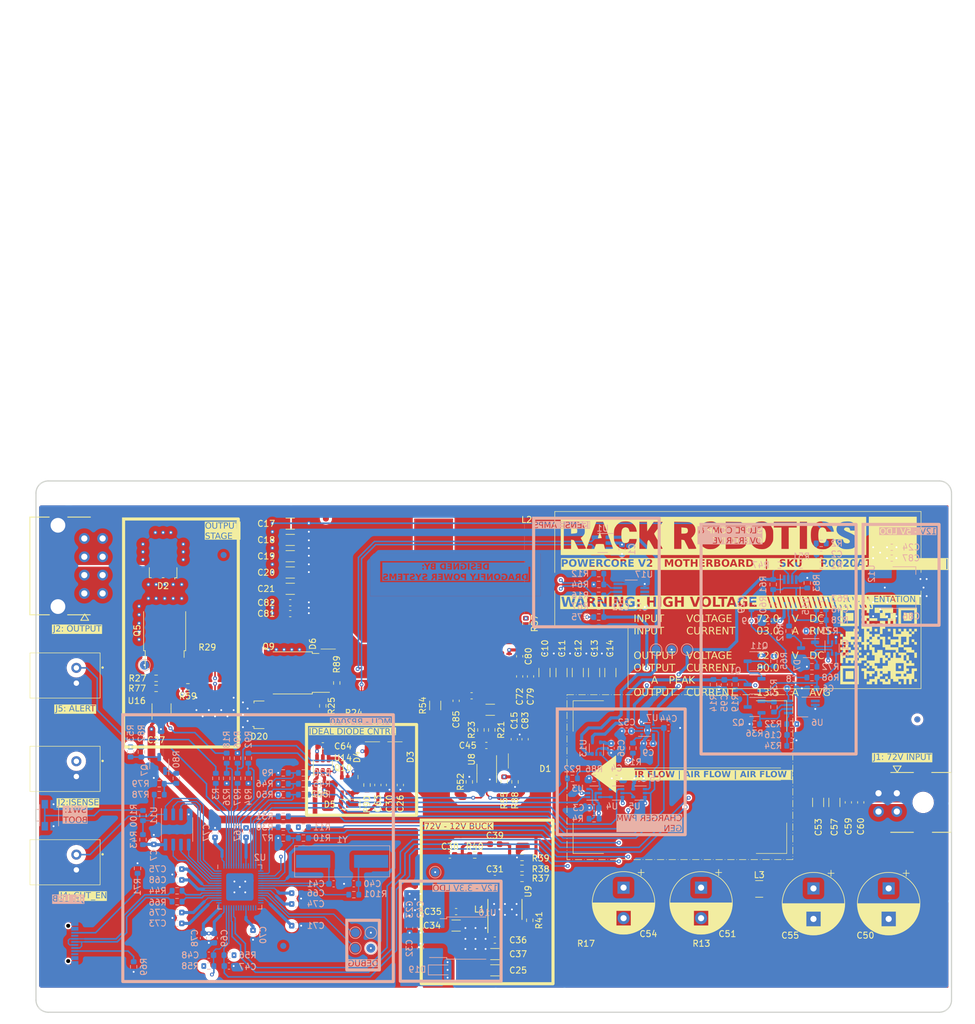
<source format=kicad_pcb>
(kicad_pcb (version 20221018) (generator pcbnew)

  (general
    (thickness 1.64)
  )

  (paper "A3")
  (title_block
    (title "PC-02 EDM PULSE GENERATOR")
    (company "DRAGONFLY POWER SYSTEMS")
  )

  (layers
    (0 "F.Cu" signal)
    (1 "In1.Cu" power)
    (2 "In2.Cu" signal)
    (3 "In3.Cu" signal)
    (4 "In4.Cu" power)
    (31 "B.Cu" signal)
    (32 "B.Adhes" user "B.Adhesive")
    (33 "F.Adhes" user "F.Adhesive")
    (34 "B.Paste" user)
    (35 "F.Paste" user)
    (36 "B.SilkS" user "B.Silkscreen")
    (37 "F.SilkS" user "F.Silkscreen")
    (38 "B.Mask" user)
    (39 "F.Mask" user)
    (40 "Dwgs.User" user "User.Drawings")
    (41 "Cmts.User" user "User.Comments")
    (42 "Eco1.User" user "User.Eco1")
    (43 "Eco2.User" user "User.Eco2")
    (44 "Edge.Cuts" user)
    (45 "Margin" user)
    (46 "B.CrtYd" user "B.Courtyard")
    (47 "F.CrtYd" user "F.Courtyard")
    (48 "B.Fab" user)
    (49 "F.Fab" user)
    (50 "User.1" user)
    (51 "User.2" user)
    (52 "User.3" user)
    (53 "User.4" user)
    (54 "User.5" user)
    (55 "User.6" user)
    (56 "User.7" user)
    (57 "User.8" user)
    (58 "User.9" user)
  )

  (setup
    (stackup
      (layer "F.SilkS" (type "Top Silk Screen") (color "White"))
      (layer "F.Paste" (type "Top Solder Paste"))
      (layer "F.Mask" (type "Top Solder Mask") (color "#000000CC") (thickness 0.01))
      (layer "F.Cu" (type "copper") (thickness 0.07))
      (layer "dielectric 1" (type "prepreg") (thickness 0.18) (material "FR4") (epsilon_r 4.29) (loss_tangent 0.02))
      (layer "In1.Cu" (type "copper") (thickness 0.035))
      (layer "dielectric 2" (type "core") (thickness 0.4) (material "FR4") (epsilon_r 4.29) (loss_tangent 0.02))
      (layer "In2.Cu" (type "copper") (thickness 0.035))
      (layer "dielectric 3" (type "prepreg") (thickness 0.18) (material "FR4") (epsilon_r 4.29) (loss_tangent 0.02))
      (layer "In3.Cu" (type "copper") (thickness 0.035))
      (layer "dielectric 4" (type "core") (thickness 0.4) (material "FR4") (epsilon_r 4.29) (loss_tangent 0.02))
      (layer "In4.Cu" (type "copper") (thickness 0.035))
      (layer "dielectric 5" (type "prepreg") (thickness 0.18) (material "FR4") (epsilon_r 4.29) (loss_tangent 0.02))
      (layer "B.Cu" (type "copper") (thickness 0.07))
      (layer "B.Mask" (type "Bottom Solder Mask") (color "#000000CC") (thickness 0.01))
      (layer "B.Paste" (type "Bottom Solder Paste"))
      (layer "B.SilkS" (type "Bottom Silk Screen") (color "White"))
      (copper_finish "ENIG")
      (dielectric_constraints no)
    )
    (pad_to_mask_clearance 0.0508)
    (solder_mask_min_width 0.0762)
    (aux_axis_origin 126.999998 193.999998)
    (pcbplotparams
      (layerselection 0x00010fc_ffffffff)
      (plot_on_all_layers_selection 0x0000000_00000000)
      (disableapertmacros false)
      (usegerberextensions true)
      (usegerberattributes false)
      (usegerberadvancedattributes false)
      (creategerberjobfile false)
      (dashed_line_dash_ratio 12.000000)
      (dashed_line_gap_ratio 3.000000)
      (svgprecision 4)
      (plotframeref false)
      (viasonmask false)
      (mode 1)
      (useauxorigin true)
      (hpglpennumber 1)
      (hpglpenspeed 20)
      (hpglpendiameter 15.000000)
      (dxfpolygonmode true)
      (dxfimperialunits true)
      (dxfusepcbnewfont true)
      (psnegative false)
      (psa4output false)
      (plotreference true)
      (plotvalue false)
      (plotinvisibletext false)
      (sketchpadsonfab false)
      (subtractmaskfromsilk true)
      (outputformat 1)
      (mirror false)
      (drillshape 0)
      (scaleselection 1)
      (outputdirectory "Gerbers/")
    )
  )

  (net 0 "")
  (net 1 "+3V3")
  (net 2 "GND")
  (net 3 "/CONTROLS/V_SENSE_FILTERED")
  (net 4 "/CONTROLS/V_SLOPE")
  (net 5 "VBUS")
  (net 6 "+12V")
  (net 7 "/CHARGER_POWER_STAGE/CHARGER_TEMP")
  (net 8 "/CONTROLS/CURRENT_TRIP")
  (net 9 "Net-(R49-Pad2)")
  (net 10 "/CONTROLS/OUTPUT_ISENSE_MICRO")
  (net 11 "Net-(Q10A-G)")
  (net 12 "Net-(U4-Pad2)")
  (net 13 "Net-(U8-IN)")
  (net 14 "+1V1")
  (net 15 "/MICRO/OUTPUT_STAGE_TEMP")
  (net 16 "/CHARGER_POWER_STAGE/VCAP")
  (net 17 "Net-(D7-A{slash}K)")
  (net 18 "/CONTROLS/CC_I_LIMIT")
  (net 19 "Net-(U9-BST)")
  (net 20 "Net-(U9-SW)")
  (net 21 "Net-(C38-Pad1)")
  (net 22 "Net-(U9-FB)")
  (net 23 "Net-(C40-Pad1)")
  (net 24 "/MICRO/XIN")
  (net 25 "/CONTROLS/V_CAP_SET")
  (net 26 "/CHARGER_POWER_STAGE/VSW")
  (net 27 "/CONTROLS/SLOPE_GENERATION/I_LIMIT_ADJUSTED")
  (net 28 "+5V")
  (net 29 "VDC")
  (net 30 "Net-(U7A--)")
  (net 31 "Net-(D3-K)")
  (net 32 "Net-(D5-A)")
  (net 33 "/CHARGER_POWER_STAGE/VHB_DIODE")
  (net 34 "/CHARGER_POWER_STAGE/VS_DIODE")
  (net 35 "Net-(Q3-G)")
  (net 36 "Net-(C84-Pad1)")
  (net 37 "Net-(C85-Pad2)")
  (net 38 "Net-(D1-K)")
  (net 39 "/CONNECTORS/ELECTRODE_-")
  (net 40 "Net-(D5-K)")
  (net 41 "/CONNECTORS/OUTPUT_ISENSE")
  (net 42 "/CONNECTORS/CUT_EN")
  (net 43 "/CONNECTORS/SHORT_ALERT")
  (net 44 "unconnected-(J6-VBUS-PadA4)")
  (net 45 "/CONNECTORS/USB_D_N")
  (net 46 "/CONNECTORS/USB_D_P")
  (net 47 "Net-(J6-CC1)")
  (net 48 "Net-(L2-Pad1)")
  (net 49 "/CONTROLS/OUTPUT_SHUNT_+")
  (net 50 "unconnected-(J6-SBU1-PadA8)")
  (net 51 "/CHARGER_POWER_STAGE/V_SHUNT_+")
  (net 52 "/CHARGER_POWER_STAGE/V_SHUNT_-")
  (net 53 "Net-(Q1-G)")
  (net 54 "Net-(Q2-G)")
  (net 55 "Net-(Q2-S)")
  (net 56 "Net-(Q2-D)")
  (net 57 "Net-(U16-IN)")
  (net 58 "Net-(U16-HO)")
  (net 59 "Net-(Q5-G)")
  (net 60 "Net-(Q7-G)")
  (net 61 "Net-(Q7-D)")
  (net 62 "/CHARGER_POWER_STAGE/VGH")
  (net 63 "Net-(Q9-G)")
  (net 64 "Net-(Q11-G)")
  (net 65 "Net-(U13-+)")
  (net 66 "Net-(U3-D)")
  (net 67 "Net-(U3-~{CLR})")
  (net 68 "/CONTROLS/CC_SLOPE_BLANKING")
  (net 69 "Net-(U6B-+)")
  (net 70 "/CHARGER_POWER_STAGE/CC_CHARGER_EN")
  (net 71 "/CONTROLS/SPARK_THRESHOLD_PWM")
  (net 72 "/MICRO/P_USB_P")
  (net 73 "unconnected-(J6-VBUS-PadA9)")
  (net 74 "/CONTROLS/OUTPUT_CURRENT_TRIP")
  (net 75 "Net-(R15-Pad2)")
  (net 76 "/MICRO/P_USB_N")
  (net 77 "unconnected-(J6-VBUS-PadB4)")
  (net 78 "Net-(J6-CC2)")
  (net 79 "Net-(U8-EN)")
  (net 80 "Net-(U8-HO)")
  (net 81 "/CHARGER_POWER_STAGE/CC_CHARGER_HI")
  (net 82 "/CHARGER_POWER_STAGE/VG_DIODE")
  (net 83 "/MICRO/OUTPUT_EN")
  (net 84 "/CONTROLS/CC_I_LIMIT_PWM")
  (net 85 "/CONTROLS/V_CAP_SET_PWM")
  (net 86 "Net-(R33-Pad1)")
  (net 87 "Net-(R38-Pad2)")
  (net 88 "Net-(U9-RT)")
  (net 89 "/MICRO/QSPI_SS")
  (net 90 "/CONTROLS/CC_CLK")
  (net 91 "Net-(U3-C)")
  (net 92 "Net-(U15A--)")
  (net 93 "unconnected-(J6-SBU2-PadB8)")
  (net 94 "/CONTROLS/VSENSE_TRIP")
  (net 95 "unconnected-(U6-Pad1)")
  (net 96 "/CONTROLS/CC_PWM_nEN")
  (net 97 "Net-(U15A-+)")
  (net 98 "Net-(U8-RDT)")
  (net 99 "Net-(U8-LO)")
  (net 100 "Net-(U15B-+)")
  (net 101 "Net-(U15B--)")
  (net 102 "Net-(R78-Pad2)")
  (net 103 "/MICRO/CUT_nEN")
  (net 104 "/CHARGER_POWER_STAGE/DIODE_ON")
  (net 105 "Net-(U14-IN)")
  (net 106 "/CHARGER_POWER_STAGE/GATE_BIAS_CLK")
  (net 107 "Net-(R100-Pad2)")
  (net 108 "/MICRO/XOUT")
  (net 109 "/CONNECTORS/SWCLK")
  (net 110 "/CONNECTORS/SWDIO")
  (net 111 "unconnected-(U2-GPIO23-Pad35)")
  (net 112 "unconnected-(U2-GPIO24-Pad36)")
  (net 113 "unconnected-(U2-GPIO16-Pad27)")
  (net 114 "unconnected-(U2-GPIO17-Pad28)")
  (net 115 "unconnected-(U2-GPIO18-Pad29)")
  (net 116 "unconnected-(U2-GPIO19-Pad30)")
  (net 117 "unconnected-(U2-GPIO20-Pad31)")
  (net 118 "unconnected-(U2-GPIO21-Pad32)")
  (net 119 "unconnected-(U2-GPIO22-Pad34)")
  (net 120 "unconnected-(U2-GPIO25-Pad37)")
  (net 121 "Net-(U11-~{RST}(IO3))")
  (net 122 "Net-(U11-CLK)")
  (net 123 "Net-(U11-DI(IO0))")
  (net 124 "Net-(U11-~{WP}(IO2))")
  (net 125 "Net-(U11-DO(IO1))")
  (net 126 "unconnected-(U8-NC-Pad5)")
  (net 127 "unconnected-(U9-PGOOD-Pad6)")
  (net 128 "unconnected-(J6-VBUS-PadB9)")
  (net 129 "Net-(U17A-+)")
  (net 130 "Net-(U17A--)")
  (net 131 "/CONTROLS/VSENSE_BUFFERED")
  (net 132 "Net-(C51-Pad2)")
  (net 133 "Net-(R62-Pad1)")
  (net 134 "Net-(D7-A)")
  (net 135 "Net-(D7-K)")
  (net 136 "unconnected-(U17-Pad7)")
  (net 137 "Net-(J5-Pad1)")
  (net 138 "Net-(Q5-S)")
  (net 139 "/CONTROLS/OUTPUT_SHUNT_-")
  (net 140 "Net-(D19-K)")
  (net 141 "unconnected-(U2-GPIO7-Pad9)")
  (net 142 "unconnected-(U2-GPIO8-Pad11)")

  (footprint "NET_TIES:NET_TIE_SMD_10mil" (layer "F.Cu") (at 180.339998 137.269 90))

  (footprint "SMD_INDUCTORS:PQ2617BHA" (layer "F.Cu") (at 192.150998 123.514998))

  (footprint "CONNECTORS:0430450822" (layer "F.Cu") (at 130.599998 120.914999 -90))

  (footprint "SMD_INDUCTORS:VLS6045EX" (layer "F.Cu") (at 196.849998 172.823998 180))

  (footprint "Capacitor_SMD:C_0603_1608Metric" (layer "F.Cu") (at 183.015998 156.788998 -90))

  (footprint "Capacitor_SMD:C_0603_1608Metric" (layer "F.Cu") (at 194.817998 168.251998 180))

  (footprint (layer "F.Cu") (at 174.498 113.157))

  (footprint "CONNECTORS:S2B-XH-A-1" (layer "F.Cu") (at 133.61432 154.149998 90))

  (footprint "Capacitor_SMD:C_0603_1608Metric" (layer "F.Cu") (at 200.786998 150.311998 180))

  (footprint "Capacitor_SMD:C_0603_1608Metric" (layer "F.Cu") (at 262.128 159.639 90))

  (footprint "Capacitor_SMD:C_0603_1608Metric" (layer "F.Cu") (at 173.998998 150.375498))

  (footprint "Resistor_SMD:R_1206_3216Metric" (layer "F.Cu") (at 201.421998 144.469998 180))

  (footprint "Capacitor_SMD:C_1206_3216Metric" (layer "F.Cu") (at 221.106998 138.373998 90))

  (footprint "DFN_QFN:INFINEON_TSDSON-8-25" (layer "F.Cu") (at 203.072998 140.151998 -90))

  (footprint "Capacitor_SMD:C_0603_1608Metric" (layer "F.Cu") (at 146.697998 147.644998))

  (footprint "NET_TIES:NET_TIE_SMD_10mil" (layer "F.Cu") (at 156.336998 137.777 90))

  (footprint "Resistor_SMD:R_0603_1608Metric" (layer "F.Cu") (at 206.629 172.085 180))

  (footprint "Capacitor_SMD:C_0603_1608Metric" (layer "F.Cu") (at 173.490998 156.725498))

  (footprint "Resistor_SMD:R_0603_1608Metric" (layer "F.Cu") (at 199.897998 147.771998 -90))

  (footprint "Resistor_SMD:R_0603_1608Metric" (layer "F.Cu") (at 176.276 140.081 90))

  (footprint "Capacitor_SMD:C_1206_3216Metric" (layer "F.Cu") (at 255.143 159.639 90))

  (footprint "Resistor_SMD:R_0603_1608Metric" (layer "F.Cu") (at 203.707998 156.280998 90))

  (footprint "MountingHole:MountingHole_2.1mm" (layer "F.Cu") (at 202 191.897))

  (footprint "Package_TO_SOT_SMD:TO-277A" (layer "F.Cu") (at 147.827998 119.689998 180))

  (footprint "Resistor_SMD:R_0603_1608Metric" (layer "F.Cu") (at 181.237998 156.788998 -90))

  (footprint "Powercore-V2.0_Artwork:PC-02_P-02_artwork_zone_1_and_2_[24.01.06]" (layer "F.Cu")
    (tstamp 37409382-124f-4f38-8e57-82a2de416ef6)
    (at 212 112)
    (attr smd)
    (fp_text reference "REF**" (at 43 -2 unlocked) (layer "F.SilkS") hide
        (effects (font (size 1 1) (thickness 0.1)))
      (tstamp 1a274121-84f4-4ce6-9c8c-84914715bde2)
    )
    (fp_text value "PC-02_P-02_artwork_zone_1,2_[24.01.06]" (at 17 -2 unlocked) (layer "F.Fab")
        (effects (font (size 1 1) (thickness 0.15)))
      (tstamp 9e654f5c-4c7b-4a16-8bd8-fed83454afef)
    )
    (fp_text user "WARNING: HIGH VOLTAGE  \\\\\\\\\\\\\\\\\\\\\\\\\\\\\\\\\\\\\\\\\\" (at 1 14 unlocked) (layer "F.SilkS" knockout)
        (effects (font (face "Bahnschrift") (size 1.6 1.6) (thickness 0.2) bold) (justify left top))
      (tstamp 17b38125-56d3-4987-a95b-64726c255279)
      (render_cache "WARNING: HIGH VOLTAGE  \\\\\\\\\\\\\\\\\\\\\\\\\\\\\\\\\\\\\\\\\\" 0
        (polygon
          (pts
            (xy 213.831988 126.002065)            (xy 214.073886 126.002065)            (xy 214.379483 127.068136)            (xy 214.585038 126.002065)
            (xy 214.894933 126.002065)            (xy 214.52681 127.6)            (xy 214.243098 127.6)            (xy 213.959385 126.483126)
            (xy 213.662777 127.6)            (xy 213.379064 127.6)            (xy 213.010942 126.002065)            (xy 213.320837 126.002065)
            (xy 213.526392 127.068136)
          )
        )
        (polygon
          (pts
            (xy 215.430704 126.002065)            (xy 215.6218 126.002065)            (xy 216.232993 127.6)            (xy 215.908639 127.6)
            (xy 215.526448 126.508527)            (xy 215.143866 127.6)            (xy 214.819511 127.6)
          )
        )
        (polygon
          (pts
            (xy 215.112993 127.053677)            (xy 215.95397 127.053677)            (xy 215.95397 127.344033)            (xy 215.112993 127.344033)
          )
        )
        (polygon
          (pts
            (xy 216.542498 126.666796)            (xy 217.09859 126.666796)            (xy 217.115498 126.665986)            (xy 217.131636 126.663554)
            (xy 217.147005 126.659501)            (xy 217.161605 126.653827)            (xy 217.175435 126.646532)            (xy 217.179874 126.64374)
            (xy 217.1925 126.634407)            (xy 217.203999 126.6237)            (xy 217.214372 126.611619)            (xy 217.223618 126.598164)
            (xy 217.231737 126.583336)            (xy 217.234193 126.578087)            (xy 217.240742 126.5615)            (xy 217.246027 126.543979)
            (xy 217.249466 126.528664)            (xy 217.252026 126.512701)            (xy 217.253709 126.496088)            (xy 217.254515 126.478827)
            (xy 217.254047 126.461679)            (xy 217.252645 126.44516)            (xy 217.250307 126.429271)            (xy 217.246268 126.411035)
            (xy 217.240882 126.393706)            (xy 217.235366 126.379958)            (xy 217.227622 126.364538)            (xy 217.218751 126.35052)
            (xy 217.208754 126.337904)            (xy 217.19763 126.326688)            (xy 217.18538 126.316874)            (xy 217.181046 126.313914)
            (xy 217.167431 126.306079)            (xy 217.152964 126.299864)            (xy 217.137646 126.295271)            (xy 217.121475 126.292299)
            (xy 217.104453 126.290948)            (xy 217.09859 126.290858)            (xy 216.542498 126.290858)            (xy 216.542498 126.000893)
            (xy 217.122819 126.000893)            (xy 217.139157 126.001125)            (xy 217.155248 126.001821)            (xy 217.171092 126.002981)
            (xy 217.186688 126.004605)            (xy 217.209619 126.007912)            (xy 217.231994 126.012262)            (xy 217.253812 126.017657)
            (xy 217.275074 126.024096)            (xy 217.295779 126.031579)            (xy 217.315928 126.040106)            (xy 217.33552 126.049677)
            (xy 217.354556 126.060293)            (xy 217.372916 126.071859)            (xy 217.390478 126.084285)            (xy 217.407244 126.097569)
            (xy 217.423213 126.111712)            (xy 217.438385 126.126713)            (xy 217.45276 126.142573)            (xy 217.466339 126.159292)
            (xy 217.47912 126.17687)            (xy 217.491105 126.195306)            (xy 217.502293 126.214601)            (xy 217.509309 126.227941)
            (xy 217.519156 126.24854)            (xy 217.528034 126.269743)            (xy 217.535944 126.291551)            (xy 217.542886 126.313963)
            (xy 217.546975 126.329241)            (xy 217.550635 126.344787)            (xy 217.553863 126.360601)            (xy 217.556661 126.376685)
            (xy 217.559029 126.393037)            (xy 217.560966 126.409658)            (xy 217.562473 126.426547)            (xy 217.563549 126.443705)
            (xy 217.564195 126.461132)            (xy 217.56441 126.478827)            (xy 217.564195 126.49657)            (xy 217.563549 126.514041)
            (xy 217.562473 126.53124)            (xy 217.560966 126.548168)            (xy 217.559029 126.564824)            (xy 217.556661 126.581208)
            (xy 217.553863 126.59732)            (xy 217.550635 126.613161)            (xy 217.546975 126.62873)            (xy 217.542886 126.644027)
            (xy 217.538366 126.659052)            (xy 217.530779 126.681081)            (xy 217.522223 126.702499)            (xy 217.512699 126.723305)
            (xy 217.509309 126.730104)            (xy 217.498645 126.749971)            (xy 217.487171 126.76898)            (xy 217.474886 126.78713)
            (xy 217.461791 126.804421)            (xy 217.447885 126.820854)            (xy 217.433169 126.836428)            (xy 217.417642 126.851143)
            (xy 217.401304 126.865)            (xy 217.384156 126.877997)            (xy 217.366198 126.890137)            (xy 217.353775 126.897752)
            (xy 217.334679 126.908368)            (xy 217.315055 126.917939)            (xy 217.294901 126.926466)            (xy 217.274219 126.933949)
            (xy 217.253007 126.940388)            (xy 217.231267 126.945783)            (xy 217.208998 126.950133)            (xy 217.1862 126.95344)
            (xy 217.162873 126.955702)            (xy 217.147027 126.95663)            (xy 217.130947 126.957094)            (xy 217.122819 126.957152)
            (xy 216.542498 126.957152)
          )
        )
        (polygon
          (pts
            (xy 216.422526 126.000893)            (xy 216.723824 126.000893)            (xy 216.723824 127.6)            (xy 216.422526 127.6)
          )
        )
        (polygon
          (pts
            (xy 216.878576 126.907522)            (xy 217.200586 126.85711)            (xy 217.631625 127.6)            (xy 217.266629 127.6)
          )
        )
        (polygon
          (pts
            (xy 217.882512 126.002065)            (xy 218.250635 126.002065)            (xy 218.845415 127.226406)            (xy 218.818841 127.254933)
            (xy 218.818841 126.002065)            (xy 219.106852 126.002065)            (xy 219.106852 127.598827)            (xy 218.736385 127.598827)
            (xy 218.143949 126.393244)            (xy 218.170523 126.364717)            (xy 218.170523 127.598827)            (xy 217.882512 127.598827)
          )
        )
        (polygon
          (pts
            (xy 219.740711 127.6)            (xy 219.428471 127.6)            (xy 219.428471 126.002065)            (xy 219.740711 126.002065)
          )
        )
        (polygon
          (pts
            (xy 220.066238 126.002065)            (xy 220.434361 126.002065)            (xy 221.029141 127.226406)            (xy 221.002568 127.254933)
            (xy 221.002568 126.002065)            (xy 221.290579 126.002065)            (xy 221.290579 127.598827)            (xy 220.920111 127.598827)
            (xy 220.327676 126.393244)            (xy 220.354249 126.364717)            (xy 220.354249 127.598827)            (xy 220.066238 127.598827)
          )
        )
        (polygon
          (pts
            (xy 222.770495 126.706266)            (xy 222.770495 127.018506)            (xy 222.770214 127.040615)            (xy 222.769371 127.06239)
            (xy 222.767967 127.083833)            (xy 222.766001 127.104944)            (xy 222.763473 127.125721)            (xy 222.760383 127.146166)
            (xy 222.756732 127.166278)            (xy 222.752519 127.186057)            (xy 222.747744 127.205503)            (xy 222.742407 127.224617)
            (xy 222.736509 127.243397)            (xy 222.730048 127.261845)            (xy 222.723026 127.27996)            (xy 222.715443 127.297743)
            (xy 222.707297 127.315192)            (xy 222.69859 127.332309)            (xy 222.689367 127.34902)            (xy 222.679673 127.365252)
            (xy 222.66951 127.381004)            (xy 222.658876 127.396277)            (xy 222.647772 127.41107)            (xy 222.636198 127.425384)
            (xy 222.624154 127.439219)            (xy 222.611639 127.452575)            (xy 222.598655 127.465451)            (xy 222.5852 127.477848)
            (xy 222.571275 127.489765)            (xy 222.55688 127.501203)            (xy 222.542015 127.512162)            (xy 222.52668 127.522642)
            (xy 222.510874 127.532642)            (xy 222.494598 127.542163)            (xy 222.477971 127.551154)            (xy 222.461015 127.559565)
            (xy 222.443729 127.567396)            (xy 222.426113 127.574647)            (xy 222.408167 127.581318)            (xy 222.389891 127.587409)
            (xy 222.371286 127.59292)            (xy 222.352351 127.59785)            (xy 222.333087 127.602201)            (xy 222.313492 127.605971)
            (xy 222.293568 127.609162)            (xy 222.273314 127.611772)            (xy 222.252731 127.613802)            (xy 222.231817 127.615252)
            (xy 222.210574 127.616123)            (xy 222.189002 127.616413)            (xy 222.167327 127.616141)            (xy 222.145972 127.615326)
            (xy 222.124938 127.613967)            (xy 222.104225 127.612065)            (xy 222.083832 127.60962)            (xy 222.06376 127.606631)
            (xy 222.044008 127.603098)            (xy 222.024577 127.599023)            (xy 222.005467 127.594403)            (xy 221.986677 127.589241)
            (xy 221.968208 127.583534)            (xy 221.950059 127.577285)            (xy 221.932231 127.570492)            (xy 221.914723 127.563155)
            (xy 221.897536 127.555276)            (xy 221.880669 127.546852)            (xy 221.864247 127.537884)            (xy 221.848295 127.528467)
            (xy 221.832813 127.518601)            (xy 221.817801 127.508286)            (xy 221.80326 127.497523)            (xy 221.789188 127.486311)
            (xy 221.775587 127.474649)            (xy 221.762456 127.46254)            (xy 221.749795 127.449981)            (xy 221.737604 127.436974)
            (xy 221.725884 127.423517)            (xy 221.714633 127.409612)            (xy 221.703853 127.395258)            (xy 221.693543 127.380456)
            (xy 221.683703 127.365204)            (xy 221.674333 127.349504)            (xy 221.665484 127.333373)            (xy 221.657206 127.316928)
            (xy 221.649498 127.300169)            (xy 221.642362 127.283094)            (xy 221.635796 127.265706)            (xy 221.629801 127.248003)
            (xy 221.624378 127.229985)            (xy 221.619525 127.211653)            (xy 221.615243 127.193007)            (xy 221.611532 127.174046)
            (xy 221.608392 127.154771)            (xy 221.605823 127.135181)            (xy 221.603825 127.115277)            (xy 221.602397 127.095058)
            (xy 221.601541 127.074525)            (xy 221.601256 127.053677)            (xy 221.601256 126.582386)            (xy 221.601536 126.560279)
            (xy 221.602379 126.538508)            (xy 221.603784 126.517073)            (xy 221.60575 126.495973)            (xy 221.608278 126.475209)
            (xy 221.611367 126.454781)            (xy 221.615019 126.434689)            (xy 221.619232 126.414933)            (xy 221.624007 126.395513)
            (xy 221.629344 126.376428)            (xy 221.635242 126.35768)            (xy 221.641702 126.339267)            (xy 221.648724 126.32119)
            (xy 221.656308 126.303449)            (xy 221.664453 126.286043)            (xy 221.673161 126.268974)            (xy 221.682382 126.25231)
            (xy 221.692071 126.236123)            (xy 221.702227 126.220412)            (xy 221.71285 126.205177)            (xy 221.72394 126.190419)
            (xy 221.735498 126.176137)            (xy 221.747522 126.162331)            (xy 221.760013 126.149002)            (xy 221.772972 126.136148)
            (xy 221.786398 126.123771)            (xy 221.800291 126.111871)            (xy 221.814651 126.100446)            (xy 221.829478 126.089498)
            (xy 221.844772 126.079026)            (xy 221.860533 126.06903)            (xy 221.876762 126.059511)            (xy 221.893434 126.05052)
            (xy 221.91043 126.042109)            (xy 221.92775 126.034278)            (xy 221.945394 126.027027)            (xy 221.963361 126.020356)
            (xy 221.981652 126.014265)            (xy 222.000266 126.008754)            (xy 222.019204 126.003824)            (xy 222.038466 125.999473)
            (xy 222.058051 125.995703)            (xy 222.07796 125.992512)            (xy 222.098192 125.989902)            (xy 222.118748 125.987872)
            (xy 222.139628 125.986421)            (xy 222.160831 125.985551)            (xy 222.182358 125.985261)            (xy 222.20015 125.985492)
            (xy 222.217767 125.986183)            (xy 222.235211 125.987336)            (xy 222.25248 125.988949)            (xy 222.269576 125.991024)
            (xy 222.286497 125.993559)            (xy 222.303245 125.996556)            (xy 222.319818 126.000013)            (xy 222.336217 126.003932)
            (xy 222.352443 126.008312)            (xy 222.368494 126.013152)            (xy 222.384371 126.018454)            (xy 222.400075 126.024216)
            (xy 222.415604 126.03044)            (xy 222.430959 126.037125)            (xy 222.44614 126.04427)            (xy 222.461125 126.05179)
            (xy 222.475792 126.059694)            (xy 222.490141 126.067983)            (xy 222.504173 126.076657)            (xy 222.517887 126.085715)
            (xy 222.531284 126.095158)            (xy 222.544363 126.104986)            (xy 222.557124 126.115198)            (xy 222.569569 126.125795)
            (xy 222.581695 126.136777)            (xy 222.593504 126.148144)            (xy 222.604996 126.159895)            (xy 222.61617 126.172031)
            (xy 222.627027 126.184551)            (xy 222.637566 126.197456)            (xy 222.647787 126.210746)            (xy 222.657694 126.22436)
            (xy 222.667192 126.238236)            (xy 222.676281 126.252374)            (xy 222.684961 126.266775)            (xy 222.693232 126.281439)
            (xy 222.701093 126.296366)            (xy 222.708546 126.311554)            (xy 222.715589 126.327006)            (xy 222.722223 126.34272)
            (xy 222.728449 126.358696)            (xy 222.734265 126.374935)            (xy 222.739672 126.391437)            (xy 222.744669 126.408201)
            (xy 222.749258 126.425228)            (xy 222.753438 126.442517)            (xy 222.757208 126.460069)            (xy 222.432072 126.460069)
            (xy 222.426418 126.44465)            (xy 222.419715 126.429898)            (xy 222.411962 126.415814)            (xy 222.40316 126.402397)
            (xy 222.393308 126.389649)            (xy 222.382407 126.377569)            (xy 222.377752 126.372923)            (xy 222.365582 126.361873)
            (xy 222.352763 126.351682)            (xy 222.339296 126.342349)            (xy 222.325179 126.333875)            (xy 222.310414 126.32626)
            (xy 222.295 126.319503)            (xy 222.288653 126.317041)            (xy 222.272559 126.311412)            (xy 222.256275 126.306737)
            (xy 222.2398 126.303016)            (xy 222.223135 126.300249)            (xy 222.206278 126.298436)            (xy 222.189231 126.297578)
            (xy 222.182358 126.297501)            (xy 222.162629 126.298051)            (xy 222.143499 126.299699)            (xy 222.124967 126.302447)
            (xy 222.107034 126.306294)            (xy 222.089699 126.31124)            (xy 222.072962 126.317285)            (xy 222.056823 126.324429)
            (xy 222.041284 126.332672)            (xy 222.02647 126.341929)            (xy 222.012512 126.352114)            (xy 221.999408 126.363227)
            (xy 221.987159 126.375268)            (xy 221.975765 126.388237)            (xy 221.965226 126.402135)            (xy 221.955542 126.41696)
            (xy 221.946713 126.432714)            (xy 221.938836 126.449243)            (xy 221.932009 126.466395)            (xy 221.926233 126.48417)
            (xy 221.921507 126.502568)            (xy 221.917831 126.521588)            (xy 221.915205 126.541231)            (xy 221.91363 126.561497)
            (xy 221.913105 126.582386)            (xy 221.913105 127.053677)            (xy 221.913636 127.072069)            (xy 221.91523 127.089923)
            (xy 221.917886 127.10724)            (xy 221.921605 127.124019)            (xy 221.926386 127.140261)            (xy 221.932229 127.155966)
            (xy 221.939135 127.171133)            (xy 221.947103 127.185764)            (xy 221.95614 127.199618)            (xy 221.966057 127.212655)
            (xy 221.976852 127.224873)            (xy 221.988527 127.236273)            (xy 222.001081 127.246855)            (xy 222.014515 127.256618)
            (xy 222.028827 127.265564)            (xy 222.044019 127.273691)            (xy 222.059962 127.280835)            (xy 222.076528 127.287027)
            (xy 222.093716 127.292266)            (xy 222.111528 127.296552)            (xy 222.129962 127.299886)            (xy 222.149019 127.302267)
            (xy 222.168699 127.303696)            (xy 222.189002 127.304173)            (xy 222.209005 127.303654)            (xy 222.228374 127.302096)
            (xy 222.247107 127.299501)            (xy 222.265205 127.295868)            (xy 222.282669 127.291197)            (xy 222.299497 127.285488)
            (xy 222.31569 127.278741)            (xy 222.331249 127.270956)            (xy 222.346141 127.262083)            (xy 222.360143 127.252271)
            (xy 222.373252 127.241518)            (xy 222.385471 127.229825)            (xy 222.396797 127.217192)            (xy 222.407233 127.203618)
            (xy 222.416776 127.189104)            (xy 222.425429 127.173649)            (xy 222.433122 127.157358)            (xy 222.43979 127.140334)
            (xy 222.445432 127.122578)            (xy 222.450048 127.104089)            (xy 222.453639 127.084867)            (xy 222.456203 127.064912)
            (xy 222.457742 127.044225)            (xy 222.458223 127.028229)            (xy 222.458255 127.022805)            (xy 222.458255 126.996622)
            (xy 222.216748 126.996622)            (xy 222.216748 126.706266)
          )
        )
        (polygon
          (pts
            (xy 222.944396 127.298702)            (xy 223.245694 127.298702)            (xy 223.245694 127.6)            (xy 222.944396 127.6)
          )
        )
        (polygon
          (pts
            (xy 222.944396 126.469839)            (xy 223.245694 126.469839)            (xy 223.245694 126.771137)            (xy 222.944396 126.771137)
          )
        )
        (polygon
          (pts
            (xy 224.997599 126.002065)            (xy 225.298506 126.002065)            (xy 225.298506 127.6)            (xy 224.997599 127.6)
          )
        )
        (polygon
          (pts
            (xy 224.122623 126.002065)            (xy 224.423921 126.002065)            (xy 224.423921 127.6)            (xy 224.122623 127.6)
          )
        )
        (polygon
          (pts
            (xy 224.262135 126.662498)            (xy 225.192993 126.662498)            (xy 225.192993 126.952463)            (xy 224.262135 126.952463)
          )
        )
        (polygon
          (pts
            (xy 225.932365 127.6)            (xy 225.620125 127.6)            (xy 225.620125 126.002065)            (xy 225.932365 126.002065)
          )
        )
        (polygon
          (pts
            (xy 227.394305 126.706266)            (xy 227.394305 127.018506)            (xy 227.394024 127.040615)            (xy 227.393182 127.06239)
            (xy 227.391777 127.083833)            (xy 227.389811 127.104944)            (xy 227.387283 127.125721)            (xy 227.384193 127.146166)
            (xy 227.380542 127.166278)            (xy 227.376329 127.186057)            (xy 227.371554 127.205503)            (xy 227.366217 127.224617)
            (xy 227.360319 127.243397)            (xy 227.353859 127.261845)            (xy 227.346837 127.27996)            (xy 227.339253 127.297743)
            (xy 227.331107 127.315192)            (xy 227.3224 127.332309)            (xy 227.313177 127.34902)            (xy 227.303483 127.365252)
            (xy 227.29332 127.381004)            (xy 227.282686 127.396277)            (xy 227.271582 127.41107)            (xy 227.260008 127.425384)
            (xy 227.247964 127.439219)            (xy 227.23545 127.452575)            (xy 227.222465 127.465451)            (xy 227.20901 127.477848)
            (xy 227.195085 127.489765)            (xy 227.18069 127.501203)            (xy 227.165825 127.512162)            (xy 227.15049 127.522642)
            (xy 227.134684 127.532642)            (xy 227.118408 127.542163)            (xy 227.101782 127.551154)            (xy 227.084825 127.559565)
            (xy 227.067539 127.567396)            (xy 227.049923 127.574647)            (xy 227.031977 127.581318)            (xy 227.013702 127.587409)
            (xy 226.995096 127.59292)            (xy 226.976161 127.59785)            (xy 226.956897 127.602201)            (xy 226.937302 127.605971)
            (xy 226.917378 127.609162)            (xy 226.897124 127.611772)            (xy 226.876541 127.613802)            (xy 226.855628 127.615252)
            (xy 226.834385 127.616123)            (xy 226.812812 127.616413)            (xy 226.791137 127.616141)            (xy 226.769782 127.615326)
            (xy 226.748748 127.613967)            (xy 226.728035 127.612065)            (xy 226.707642 127.60962)            (xy 226.68757 127.606631)
            (xy 226.667819 127.603098)            (xy 226.648387 127.599023)            (xy 226.629277 127.594403)            (xy 226.610487 127.589241)
            (xy 226.592018 127.583534)            (xy 226.573869 127.577285)            (xy 226.556041 127.570492)            (xy 226.538533 127.563155)
            (xy 226.521346 127.555276)            (xy 226.50448 127.546852)            (xy 226.488057 127.537884)            (xy 226.472105 127.528467)
            (xy 226.456623 127.518601)            (xy 226.441612 127.508286)            (xy 226.42707 127.497523)            (xy 226.412998 127.486311)
            (xy 226.399397 127.474649)            (xy 226.386266 127.46254)            (xy 226.373605 127.449981)            (xy 226.361414 127.436974)
            (xy 226.349694 127.423517)            (xy 226.338443 127.409612)            (xy 226.327663 127.395258)            (xy 226.317353 127.380456)
            (xy 226.307513 127.365204)            (xy 226.298143 127.349504)            (xy 226.289294 127.333373)            (xy 226.281016 127.316928)
            (xy 226.273308 127.300169)            (xy 226.266172 127.283094)            (xy 226.259606 127.265706)            (xy 226.253612 127.248003)
            (xy 226.248188 127.229985)            (xy 226.243335 127.211653)            (xy 226.239053 127.193007)            (xy 226.235342 127.174046)
            (xy 226.232202 127.154771)            (xy 226.229633 127.135181)            (xy 226.227635 127.115277)            (xy 226.226208 127.095058)
            (xy 226.225351 127.074525)            (xy 226.225066 127.053677)            (xy 226.225066 126.582386)            (xy 226.225347 126.560279)
            (xy 226.226189 126.538508)            (xy 226.227594 126.517073)            (xy 226.22956 126.495973)            (xy 226.232088 126.475209)
            (xy 226.235177 126.454781)            (xy 226.238829 126.434689)            (xy 226.243042 126.414933)            (xy 226.247817 126.395513)
            (xy 226.253154 126.376428)            (xy 226.259052 126.35768)            (xy 226.265512 126.339267)            (xy 226.272534 126.32119)
            (xy 226.280118 126.303449)            (xy 226.288264 126.286043)            (xy 226.296971 126.268974)            (xy 226.306193 126.25231)
            (xy 226.315881 126.236123)            (xy 226.326037 126.220412)            (xy 226.33666 126.205177)            (xy 226.347751 126.190419)
            (xy 226.359308 126.176137)            (xy 226.371332 126.162331)            (xy 226.383824 126.149002)            (xy 226.396782 126.136148)
            (xy 226.410208 126.123771)            (xy 226.424101 126.111871)            (xy 226.438461 126.100446)            (xy 226.453288 126.089498)
            (xy 226.468582 126.079026)            (xy 226.484343 126.06903)            (xy 226.500572 126.059511)            (xy 226.517244 126.05052)
            (xy 226.534241 126.042109)            (xy 226.55156 126.034278)            (xy 226.569204 126.027027)            (xy 226.587171 126.020356)
            (xy 226.605462 126.014265)            (xy 226.624076 126.008754)            (xy 226.643014 126.003824)            (xy 226.662276 125.999473)
            (xy 226.681861 125.995703)            (xy 226.70177 125.992512)            (xy 226.722002 125.989902)            (xy 226.742558 125.987872)
            (xy 226.763438 125.986421)            (xy 226.784641 125.985551)            (xy 226.806168 125.985261)            (xy 226.82396 125.985492)
            (xy 226.841577 125.986183)            (xy 226.859021 125.987336)            (xy 226.87629 125.988949)            (xy 226.893386 125.991024)
            (xy 226.910307 125.993559)            (xy 226.927055 125.996556)            (xy 226.943628 126.000013)            (xy 226.960028 126.003932)
            (xy 226.976253 126.008312)            (xy 226.992304 126.013152)            (xy 227.008182 126.018454)            (xy 227.023885 126.024216)
            (xy 227.039414 126.03044)            (xy 227.054769 126.037125)            (xy 227.069951 126.04427)            (xy 227.084935 126.05179)
            (xy 227.099602 126.059694)            (xy 227.113951 126.067983)            (xy 227.127983 126.076657)            (xy 227.141697 126.085715)
            (xy 227.155094 126.095158)            (xy 227.168173 126.104986)            (xy 227.180935 126.115198)            (xy 227.193379 126.125795)
            (xy 227.205505 126.136777)            (xy 227.217315 126.148144)            (xy 227.228806 126.159895)            (xy 227.23998 126.172031)
            (xy 227.250837 126.184551)            (xy 227.261376 126.197456)            (xy 227.271598 126.210746)            (xy 227.281505 126.22436)
            (xy 227.291003 126.238236)            (xy 227.300092 126.252374)            (xy 227.308771 126.266775)            (xy 227.317042 126.281439)
            (xy 227.324904 126.296366)            (xy 227.332356 126.311554)            (xy 227.339399 126.327006)            (xy 227.346034 126.34272)
            (xy 227.352259 126.358696)            (xy 227.358075 126.374935)            (xy 227.363482 126.391437)            (xy 227.36848 126.408201)
            (xy 227.373068 126.425228)            (xy 227.377248 126.442517)            (xy 227.381018 126.460069)            (xy 227.055882 126.460069)
            (xy 227.050228 126.44465)            (xy 227.043525 126.429898)            (xy 227.035772 126.415814)            (xy 227.02697 126.402397)
            (xy 227.017118 126.389649)            (xy 227.006217 126.377569)            (xy 227.001563 126.372923)            (xy 226.989392 126.361873)
            (xy 226.976574 126.351682)            (xy 226.963106 126.342349)            (xy 226.948989 126.333875)            (xy 226.934224 126.32626)
            (xy 226.91881 126.319503)            (xy 226.912463 126.317041)            (xy 226.89637 126.311412)            (xy 226.880085 126.306737)
            (xy 226.86361 126.303016)            (xy 226.846945 126.300249)            (xy 226.830088 126.298436)            (xy 226.813041 126.297578)
            (xy 226.806168 126.297501)            (xy 226.78644 126.298051)            (xy 226.767309 126.299699)            (xy 226.748777 126.302447)
            (xy 226.730844 126.306294)            (xy 226.713509 126.31124)            (xy 226.696772 126.317285)            (xy 226.680634 126.324429)
            (xy 226.665094 126.332672)            (xy 226.65028 126.341929)            (xy 226.636322 126.352114)            (xy 226.623218 126.363227)
            (xy 226.610969 126.375268)            (xy 226.599576 126.388237)            (xy 226.589036 126.402135)            (xy 226.579352 126.41696)
            (xy 226.570523 126.432714)            (xy 226.562646 126.449243)            (xy 226.555819 126.466395)            (xy 226.550043 126.48417)
            (xy 226.545317 126.502568)            (xy 226.541641 126.521588)            (xy 226.539016 126.541231)            (xy 226.53744 126.561497)
            (xy 226.536915 126.582386)            (xy 226.536915 127.053677)            (xy 226.537446 127.072069)            (xy 226.53904 127.089923)
            (xy 226.541696 127.10724)            (xy 226.545415 127.124019)            (xy 226.550196 127.140261)            (xy 226.556039 127.155966)
            (xy 226.562945 127.171133)            (xy 226.570914 127.185764)            (xy 226.579951 127.199618)            (xy 226.589867 127.212655)
            (xy 226.600662 127.224873)            (xy 226.612337 127.236273)            (xy 226.624891 127.246855)            (xy 226.638325 127.256618)
            (xy 226.652637 127.265564)            (xy 226.667829 127.273691)            (xy 226.683772 127.280835)            (xy 226.700338 127.287027)
            (xy 226.717527 127.292266)            (xy 226.735338 127.296552)            (xy 226.753772 127.299886)            (xy 226.772829 127.302267)
            (xy 226.792509 127.303696)            (xy 226.812812 127.304173)            (xy 226.832815 127.303654)            (xy 226.852184 127.302096)
            (xy 226.870917 127.299501)            (xy 226.889016 127.295868)            (xy 226.906479 127.291197)            (xy 226.923307 127.285488)
            (xy 226.939501 127.278741)            (xy 226.955059 127.270956)            (xy 226.969952 127.262083)            (xy 226.983953 127.252271)
            (xy 226.997062 127.241518)            (xy 227.009281 127.229825)            (xy 227.020607 127.217192)            (xy 227.031043 127.203618)
            (xy 227.040587 127.189104)            (xy 227.049239 127.173649)            (xy 227.056933 127.157358)            (xy 227.0636 127.140334)
            (xy 227.069242 127.122578)            (xy 227.073859 127.104089)            (xy 227.077449 127.084867)            (xy 227.080013 127.064912)
            (xy 227.081552 127.044225)            (xy 227.082033 127.028229)            (xy 227.082065 127.022805)            (xy 227.082065 126.996622)
            (xy 226.840558 126.996622)            (xy 226.840558 126.706266)
          )
        )
        (polygon
          (pts
            (xy 228.558464 126.002065)            (xy 228.859371 126.002065)            (xy 228.859371 127.6)            (xy 228.558464 127.6)
          )
        )
        (polygon
          (pts
            (xy 227.683489 126.002065)            (xy 227.984787 126.002065)            (xy 227.984787 127.6)            (xy 227.683489 127.6)
          )
        )
        (polygon
          (pts
            (xy 227.823 126.662498)            (xy 228.753859 126.662498)            (xy 228.753859 126.952463)            (xy 227.823 126.952463)
          )
        )
        (polygon
          (pts
            (xy 229.638213 126.002065)            (xy 229.948108 126.002065)            (xy 230.287704 127.068136)            (xy 230.627299 126.002065)
            (xy 230.937585 126.002065)            (xy 230.405331 127.6)            (xy 230.170076 127.6)
          )
        )
        (polygon
          (pts
            (xy 231.646475 127.616413)            (xy 231.624947 127.616127)            (xy 231.603739 127.615271)            (xy 231.582852 127.613843)
            (xy 231.562285 127.611845)            (xy 231.542039 127.609276)            (xy 231.522113 127.606136)            (xy 231.502508 127.602425)
            (xy 231.483224 127.598143)            (xy 231.46426 127.59329)            (xy 231.445616 127.587867)            (xy 231.427293 127.581872)
            (xy 231.409291 127.575307)            (xy 231.39161 127.56817)            (xy 231.374248 127.560463)            (xy 231.357208 127.552184)
            (xy 231.340488 127.543335)            (xy 231.324162 127.533965)            (xy 231.308303 127.524125)            (xy 231.292911 127.513815)
            (xy 231.277986 127.503035)            (xy 231.263529 127.491785)            (xy 231.249538 127.480064)            (xy 231.236015 127.467873)
            (xy 231.222958 127.455212)            (xy 231.210369 127.442081)            (xy 231.198247 127.42848)            (xy 231.186592 127.414409)
            (xy 231.175404 127.399867)            (xy 231.164684 127.384855)            (xy 231.15443 127.369373)            (xy 231.144643 127.353421)
            (xy 231.135324 127.336999)            (xy 231.126569 127.320128)            (xy 231.11838 127.302927)            (xy 231.110755 127.285396)
            (xy 231.103695 127.267536)            (xy 231.097199 127.249346)            (xy 231.091269 127.230826)            (xy 231.085903 127.211977)
            (xy 231.081102 127.192798)            (xy 231.076866 127.173289)            (xy 231.073195 127.15345)            (xy 231.070088 127.133282)
            (xy 231.067547 127.112784)            (xy 231.06557 127.091956)            (xy 231.064158 127.070799)            (xy 231.063311 127.049311)
            (xy 231.063028 127.027494)            (xy 231.063028 126.57457)            (xy 231.063311 126.552753)            (xy 231.064158 126.531266)
            (xy 231.06557 126.510109)            (xy 231.067547 126.489281)            (xy 231.070088 126.468783)            (xy 231.073195 126.448614)
            (xy 231.076866 126.428776)            (xy 231.081102 126.409267)            (xy 231.085903 126.390088)            (xy 231.091269 126.371238)
            (xy 231.097199 126.352718)            (xy 231.103695 126.334528)            (xy 231.110755 126.316668)            (xy 231.11838 126.299138)
            (xy 231.126569 126.281937)            (xy 231.135324 126.265066)            (xy 231.144643 126.248596)            (xy 231.15443 126.2326)
            (xy 231.164684 126.217077)            (xy 231.175404 126.202027)            (xy 231.186592 126.18745)            (xy 231.198247 126.173346)
            (xy 231.210369 126.159716)            (xy 231.222958 126.146559)            (xy 231.236015 126.133875)            (xy 231.249538 126.121665)
            (xy 231.263529 126.109927)            (xy 231.277986 126.098663)            (xy 231.292911 126.087872)            (xy 231.308303 126.077554)
            (xy 231.324162 126.06771)            (xy 231.340488 126.058339)            (xy 231.357208 126.049489)            (xy 231.374248 126.041211)
            (xy 231.39161 126.033504)            (xy 231.409291 126.026367)            (xy 231.427293 126.019802)            (xy 231.445616 126.013807)
            (xy 231.46426 126.008383)            (xy 231.483224 126.003531)            (xy 231.502508 125.999249)            (xy 231.522113 125.995538)
            (xy 231.542039 125.992398)            (xy 231.562285 125.989829)            (xy 231.582852 125.98783)            (xy 231.603739 125.986403)
            (xy 231.624947 125.985547)            (xy 231.646475 125.985261)            (xy 231.668004 125.985547)            (xy 231.689212 125.986403)
            (xy 231.710099 125.98783)            (xy 231.730666 125.989829)            (xy 231.750912 125.992398)            (xy 231.770838 125.995538)
            (xy 231.790443 125.999249)            (xy 231.809727 126.003531)            (xy 231.828691 126.008383)            (xy 231.847335 126.013807)
            (xy 231.865657 126.019802)            (xy 231.88366 126.026367)            (xy 231.901341 126.033504)            (xy 231.918702 126.041211)
            (xy 231.935743 126.049489)            (xy 231.952463 126.058339)            (xy 231.968789 126.06771)            (xy 231.984648 126.077554)
            (xy 232.00004 126.087872)            (xy 232.014965 126.098663)            (xy 232.029422 126.109927)            (xy 232.043413 126.121665)
            (xy 232.056936 126.133875)            (xy 232.069993 126.146559)            (xy 232.082582 126.159716)            (xy 232.094704 126.173346)
            (xy 232.106359 126.18745)            (xy 232.117547 126.202027)            (xy 232.128267 126.217077)            (xy 232.138521 126.2326)
            (xy 232.148307 126.248596)            (xy 232.157627 126.265066)            (xy 232.166429 126.281937)            (xy 232.174663 126.299138)
            (xy 232.182329 126.316668)            (xy 232.189427 126.334528)            (xy 232.195958 126.352718)            (xy 232.20192 126.371238)
            (xy 232.207315 126.390088)            (xy 232.212142 126.409267)            (xy 232.216401 126.428776)            (xy 232.220092 126.448614)
            (xy 232.223215 126.468783)            (xy 232.225771 126.489281)            (xy 232.227758 126.510109)            (xy 232.229178 126.531266)
            (xy 232.23003 126.552753)            (xy 232.230314 126.57457)            (xy 232.230314 127.027494)            (xy 232.23003 127.049311)
            (xy 232.229178 127.070799)            (xy 232.227758 127.091956)            (xy 232.225771 127.112784)            (xy 232.223215 127.133282)
            (xy 232.220092 127.15345)            (xy 232.216401 127.173289)            (xy 232.212142 127.192798)            (xy 232.207315 127.211977)
            (xy 232.20192 127.230826)            (xy 232.195958 127.249346)            (xy 232.189427 127.267536)            (xy 232.182329 127.285396)
            (xy 232.174663 127.302927)            (xy 232.166429 127.320128)            (xy 232.157627 127.336999)            (xy 232.148307 127.353421)
            (xy 232.138521 127.369373)            (xy 232.128267 127.384855)            (xy 232.117547 127.399867)            (xy 232.106359 127.414409)
            (xy 232.094704 127.42848)            (xy 232.082582 127.442081)            (xy 232.069993 127.455212)            (xy 232.056936 127.467873)
            (xy 232.043413 127.480064)            (xy 232.029422 127.491785)            (xy 232.014965 127.503035)            (xy 232.00004 127.513815)
            (xy 231.984648 127.524125)            (xy 231.968789 127.533965)            (xy 231.952463 127.543335)            (xy 231.935743 127.552184)
            (xy 231.918702 127.560463)            (xy 231.901341 127.56817)            (xy 231.88366 127.575307)            (xy 231.865657 127.581872)
            (xy 231.847335 127.587867)            (xy 231.828691 127.59329)            (xy 231.809727 127.598143)            (xy 231.790443 127.602425)
            (xy 231.770838 127.606136)            (xy 231.750912 127.609276)            (xy 231.730666 127.611845)            (xy 231.710099 127.613843)
            (xy 231.689212 127.615271)            (xy 231.668004 127.616127)
          )
            (pts
              (xy 231.646475 127.315505)              (xy 231.666485 127.314962)              (xy 231.685872 127.313332)              (xy 231.704636 127.310614)
              (xy 231.722777 127.30681)              (xy 231.740295 127.301919)              (xy 231.757191 127.295942)              (xy 231.773463 127.288877)
              (xy 231.789113 127.280725)              (xy 231.80411 127.271578)              (xy 231.818227 127.261528)              (xy 231.831465 127.250573)
              (xy 231.843824 127.238715)              (xy 231.855303 127.225954)              (xy 231.865903 127.212288)              (xy 231.875624 127.197719)
              (xy 231.884466 127.182247)              (xy 231.892342 127.16601)              (xy 231.899169 127.149152)              (xy 231.904945 127.13167)
              (xy 231.909672 127.113565)              (xy 231.913347 127.094838)              (xy 231.915973 127.075488)              (xy 231.917548 127.055515)
              (xy 231.918073 127.034919)              (xy 231.918073 126.566755)              (xy 231.917548 126.546159)              (xy 231.915973 126.526186)
              (xy 231.913347 126.506836)              (xy 231.909672 126.488108)              (xy 231.904945 126.470004)              (xy 231.899169 126.452522)
              (xy 231.892342 126.435663)              (xy 231.884466 126.419427)              (xy 231.875624 126.403961)              (xy 231.865903 126.38941)
              (xy 231.855303 126.375775)              (xy 231.843824 126.363056)              (xy 231.831465 126.351253)              (xy 231.818227 126.340366)
              (xy 231.80411 126.330395)              (xy 231.789113 126.321339)              (xy 231.773463 126.313188)              (xy 231.757191 126.306123)
              (xy 231.740295 126.300145)              (xy 231.722777 126.295254)              (xy 231.704636 126.29145)              (xy 231.685872 126.288733)
              (xy 231.666485 126.287103)              (xy 231.646475 126.286559)              (xy 231.62646 126.287103)              (xy 231.607055 126.288733)
              (xy 231.58826 126.29145)              (xy 231.570076 126.295254)              (xy 231.552503 126.300145)              (xy 231.53554 126.306123)
              (xy 231.519188 126.313188)              (xy 231.503447 126.321339)              (xy 231.488542 126.330395)              (xy 231.474504 126.340366)
              (xy 231.461333 126.351253)              (xy 231.44903 126.363056)              (xy 231.437593 126.375775)              (xy 231.427023 126.38941)
              (xy 231.417321 126.403961)              (xy 231.408485 126.419427)              (xy 231.400608 126.435663)              (xy 231.393782 126.452522)
              (xy 231.388005 126.470004)              (xy 231.383279 126.488108)              (xy 231.379603 126.506836)              (xy 231.376978 126.526186)
              (xy 231.375403 126.546159)              (xy 231.374877 126.566755)              (xy 231.374877 127.034919)              (xy 231.375403 127.055515)
              (xy 231.376978 127.075488)              (xy 231.379603 127.094838)              (xy 231.383279 127.113565)              (xy 231.388005 127.13167)
              (xy 231.393782 127.149152)              (xy 231.400608 127.16601)              (xy 231.408485 127.182247)              (xy 231.417321 127.197719)
              (xy 231.427023 127.212288)              (xy 231.437593 127.225954)              (xy 231.44903 127.238715)              (xy 231.461333 127.250573)
              (xy 231.474504 127.261528)              (xy 231.488542 127.271578)              (xy 231.503447 127.280725)              (xy 231.519188 127.288877)
              (xy 231.53554 127.295942)              (xy 231.552503 127.301919)              (xy 231.570076 127.30681)              (xy 231.58826 127.310614)
              (xy 231.607055 127.313332)              (xy 231.62646 127.314962)
            )
        )
        (polygon
          (pts
            (xy 232.519888 126.002065)            (xy 232.821186 126.002065)            (xy 232.821186 127.6)            (xy 232.519888 127.6)
          )
        )
        (polygon
          (pts
            (xy 232.653928 127.309644)            (xy 233.590258 127.309644)            (xy 233.590258 127.6)            (xy 232.653928 127.6)
          )
        )
        (polygon
          (pts
            (xy 233.952909 126.132588)            (xy 234.254207 126.132588)            (xy 234.254207 127.6)            (xy 233.952909 127.6)
          )
        )
        (polygon
          (pts
            (xy 233.517962 126.002065)            (xy 234.689546 126.002065)            (xy 234.689546 126.29203)            (xy 233.517962 126.29203)
          )
        )
        (polygon
          (pts
            (xy 235.218674 126.002065)            (xy 235.409769 126.002065)            (xy 236.020963 127.6)            (xy 235.696608 127.6)
            (xy 235.314417 126.508527)            (xy 234.931835 127.6)            (xy 234.60748 127.6)
          )
        )
        (polygon
          (pts
            (xy 234.900963 127.053677)            (xy 235.741939 127.053677)            (xy 235.741939 127.344033)            (xy 234.900963 127.344033)
          )
        )
        (polygon
          (pts
            (xy 237.259371 126.706266)            (xy 237.259371 127.018506)            (xy 237.259091 127.040615)            (xy 237.258248 127.06239)
            (xy 237.256844 127.083833)            (xy 237.254877 127.104944)            (xy 237.252349 127.125721)            (xy 237.24926 127.146166)
            (xy 237.245608 127.166278)            (xy 237.241395 127.186057)            (xy 237.23662 127.205503)            (xy 237.231284 127.224617)
            (xy 237.225385 127.243397)            (xy 237.218925 127.261845)            (xy 237.211903 127.27996)            (xy 237.204319 127.297743)
            (xy 237.196174 127.315192)            (xy 237.187466 127.332309)            (xy 237.178243 127.34902)            (xy 237.16855 127.365252)
            (xy 237.158386 127.381004)            (xy 237.147752 127.396277)            (xy 237.136649 127.41107)            (xy 237.125075 127.425384)
            (xy 237.11303 127.439219)            (xy 237.100516 127.452575)            (xy 237.087531 127.465451)            (xy 237.074077 127.477848)
            (xy 237.060152 127.489765)            (xy 237.045757 127.501203)            (xy 237.030891 127.512162)            (xy 237.015556 127.522642)
            (xy 236.99975 127.532642)            (xy 236.983475 127.542163)            (xy 236.966848 127.551154)            (xy 236.949891 127.559565)
            (xy 236.932605 127.567396)            (xy 236.914989 127.574647)            (xy 236.897043 127.581318)            (xy 236.878768 127.587409)
            (xy 236.860163 127.59292)            (xy 236.841228 127.59785)            (xy 236.821963 127.602201)            (xy 236.802369 127.605971)
            (xy 236.782445 127.609162)            (xy 236.762191 127.611772)            (xy 236.741607 127.613802)            (xy 236.720694 127.615252)
            (xy 236.699451 127.616123)            (xy 236.677878 127.616413)            (xy 236.656203 127.616141)            (xy 236.634849 127.615326)
            (xy 236.613815 127.613967)            (xy 236.593101 127.612065)            (xy 236.572709 127.60962)            (xy 236.552636 127.606631)
            (xy 236.532885 127.603098)            (xy 236.513454 127.599023)            (xy 236.494343 127.594403)            (xy 236.475553 127.589241)
            (xy 236.457084 127.583534)            (xy 236.438935 127.577285)            (xy 236.421107 127.570492)            (xy 236.403599 127.563155)
            (xy 236.386412 127.555276)            (xy 236.369546 127.546852)            (xy 236.353124 127.537884)            (xy 236.337172 127.528467)
            (xy 236.32169 127.518601)            (xy 236.306678 127.508286)            (xy 236.292136 127.497523)            (xy 236.278065 127.486311)
            (xy 236.264463 127.474649)            (xy 236.251332 127.46254)            (xy 236.238671 127.449981)            (xy 236.226481 127.436974)
            (xy 236.21476 127.423517)            (xy 236.20351 127.409612)            (xy 236.192729 127.395258)            (xy 236.182419 127.380456)
            (xy 236.172579 127.365204)            (xy 236.16321 127.349504)            (xy 236.15436 127.333373)            (xy 236.146082 127.316928)
            (xy 236.138375 127.300169)            (xy 236.131238 127.283094)            (xy 236.124673 127.265706)            (xy 236.118678 127.248003)
            (xy 236.113254 127.229985)            (xy 236.108401 127.211653)            (xy 236.10412 127.193007)            (xy 236.100409 127.174046)
            (xy 236.097269 127.154771)            (xy 236.094699 127.135181)            (xy 236.092701 127.115277)            (xy 236.091274 127.095058)
            (xy 236.090418 127.074525)            (xy 236.090132 127.053677)            (xy 236.090132 126.582386)            (xy 236.090413 126.560279)
            (xy 236.091256 126.538508)            (xy 236.09266 126.517073)            (xy 236.094626 126.495973)            (xy 236.097154 126.475209)
            (xy 236.100244 126.454781)            (xy 236.103895 126.434689)            (xy 236.108108 126.414933)            (xy 236.112883 126.395513)
            (xy 236.11822 126.376428)            (xy 236.124118 126.35768)            (xy 236.130579 126.339267)            (xy 236.137601 126.32119)
            (xy 236.145184 126.303449)            (xy 236.15333 126.286043)            (xy 236.162037 126.268974)            (xy 236.171259 126.25231)
            (xy 236.180948 126.236123)            (xy 236.191104 126.220412)            (xy 236.201727 126.205177)            (xy 236.212817 126.190419)
            (xy 236.224374 126.176137)            (xy 236.236398 126.162331)            (xy 236.24889 126.149002)            (xy 236.261849 126.136148)
            (xy 236.275274 126.123771)            (xy 236.289167 126.111871)            (xy 236.303527 126.100446)            (xy 236.318354 126.089498)
            (xy 236.333648 126.079026)            (xy 236.34941 126.06903)            (xy 236.365638 126.059511)            (xy 236.382311 126.05052)
            (xy 236.399307 126.042109)            (xy 236.416627 126.034278)            (xy 236.43427 126.027027)            (xy 236.452237 126.020356)
            (xy 236.470528 126.014265)            (xy 236.489142 126.008754)            (xy 236.50808 126.003824)            (xy 236.527342 125.999473)
            (xy 236.546927 125.995703)            (xy 236.566836 125.992512)            (xy 236.587069 125.989902)            (xy 236.607625 125.987872)
            (xy 236.628504 125.986421)            (xy 236.649708 125.985551)            (xy 236.671235 125.985261)            (xy 236.689026 125.985492)
            (xy 236.706644 125.986183)            (xy 236.724087 125.987336)            (xy 236.741357 125.988949)            (xy 236.758452 125.991024)
            (xy 236.775374 125.993559)            (xy 236.792121 125.996556)            (xy 236.808695 126.000013)            (xy 236.825094 126.003932)
            (xy 236.841319 126.008312)            (xy 236.857371 126.013152)            (xy 236.873248 126.018454)            (xy 236.888951 126.024216)
            (xy 236.90448 126.03044)            (xy 236.919836 126.037125)            (xy 236.935017 126.04427)            (xy 236.950001 126.05179)
            (xy 236.964668 126.059694)            (xy 236.979017 126.067983)            (xy 236.993049 126.076657)            (xy 237.006763 126.085715)
            (xy 237.02016 126.095158)            (xy 237.033239 126.104986)            (xy 237.046001 126.115198)            (xy 237.058445 126.125795)
            (xy 237.070572 126.136777)            (xy 237.082381 126.148144)            (xy 237.093872 126.159895)            (xy 237.105047 126.172031)
            (xy 237.115903 126.184551)            (xy 237.126442 126.197456)            (xy 237.136664 126.210746)            (xy 237.146571 126.22436)
            (xy 237.156069 126.238236)            (xy 237.165158 126.252374)            (xy 237.173838 126.266775)            (xy 237.182108 126.281439)
            (xy 237.18997 126.296366)            (xy 237.197422 126.311554)            (xy 237.204466 126.327006)            (xy 237.2111 126.34272)
            (xy 237.217325 126.358696)            (xy 237.223141 126.374935)            (xy 237.228548 126.391437)            (xy 237.233546 126.408201)
            (xy 237.238135 126.425228)            (xy 237.242314 126.442517)            (xy 237.246085 126.460069)            (xy 236.920949 126.460069)
            (xy 236.915295 126.44465)            (xy 236.908591 126.429898)            (xy 236.900839 126.415814)            (xy 236.892036 126.402397)
            (xy 236.882185 126.389649)            (xy 236.871283 126.377569)            (xy 236.866629 126.372923)            (xy 236.854459 126.361873)
            (xy 236.84164 126.351682)            (xy 236.828172 126.342349)            (xy 236.814056 126.333875)            (xy 236.79929 126.32626)
            (xy 236.783876 126.319503)            (xy 236.777529 126.317041)            (xy 236.761436 126.311412)            (xy 236.745152 126.306737)
            (xy 236.728677 126.303016)            (xy 236.712011 126.300249)            (xy 236.695154 126.298436)            (xy 236.678107 126.297578)
            (xy 236.671235 126.297501)            (xy 236.651506 126.298051)            (xy 236.632376 126.299699)            (xy 236.613844 126.302447)
            (xy 236.59591 126.306294)            (xy 236.578575 126.31124)            (xy 236.561838 126.317285)            (xy 236.5457 126.324429)
            (xy 236.53016 126.332672)            (xy 236.515347 126.341929)            (xy 236.501388 126.352114)            (xy 236.488285 126.363227)
            (xy 236.476036 126.375268)            (xy 236.464642 126.388237)            (xy 236.454103 126.402135)            (xy 236.444419 126.41696)
            (xy 236.435589 126.432714)            (xy 236.427712 126.449243)            (xy 236.420886 126.466395)            (xy 236.415109 126.48417)
            (xy 236.410383 126.502568)            (xy 236.406707 126.521588)            (xy 236.404082 126.541231)            (xy 236.402506 126.561497)
            (xy 236.401981 126.582386)            (xy 236.401981 127.053677)            (xy 236.402513 127.072069)            (xy 236.404106 127.089923)
            (xy 236.406762 127.10724)            (xy 236.410481 127.124019)            (xy 236.415262 127.140261)            (xy 236.421106 127.155966)
            (xy 236.428012 127.171133)            (xy 236.43598 127.185764)            (xy 236.445017 127.199618)            (xy 236.454933 127.212655)
            (xy 236.465729 127.224873)            (xy 236.477404 127.236273)            (xy 236.489958 127.246855)            (xy 236.503391 127.256618)
            (xy 236.517704 127.265564)            (xy 236.532896 127.273691)            (xy 236.548838 127.280835)            (xy 236.565404 127.287027)
            (xy 236.582593 127.292266)            (xy 236.600404 127.296552)            (xy 236.618838 127.299886)            (xy 236.637896 127.302267)
            (xy 236.657575 127.303696)            (xy 236.677878 127.304173)            (xy 236.697882 127.303654)            (xy 236.71725 127.302096)
            (xy 236.735983 127.299501)            (xy 236.754082 127.295868)            (xy 236.771545 127.291197)            (xy 236.788374 127.285488)
            (xy 236.804567 127.278741)            (xy 236.820125 127.270956)            (xy 236.835018 127.262083)            (xy 236.849019 127.252271)
            (xy 236.862129 127.241518)            (xy 236.874347 127.229825)            (xy 236.885674 127.217192)            (xy 236.896109 127.203618)
            (xy 236.905653 127.189104)            (xy 236.914305 127.173649)            (xy 236.921999 127.157358)            (xy 236.928667 127.140334)
            (xy 236.934309 127.122578)            (xy 236.938925 127.104089)            (xy 236.942515 127.084867)            (xy 236.94508 127.064912)
            (xy 236.946618 127.044225)            (xy 236.947099 127.028229)            (xy 236.947131 127.022805)            (xy 236.947131 126.996622)
            (xy 236.705624 126.996622)            (xy 236.705624 126.706266)
          )
        )
        (polygon
          (pts
            (xy 237.548555 126.002065)            (xy 237.849853 126.002065)            (xy 237.849853 127.6)            (xy 237.548555 127.6)
          )
        )
        (polygon
          (pts
            (xy 237.657194 127.309644)            (xy 238.618925 127.309644)            (xy 238.618925 127.6)            (xy 237.657194 127.6)
          )
        )
        (polygon
          (pts
            (xy 237.657194 126.661325)            (xy 238.498171 126.661325)            (xy 238.498171 126.951681)            (xy 237.657194 126.951681)
          )
        )
        (polygon
          (pts
            (xy 237.657194 126.002065)            (xy 238.618925 126.002065)            (xy 238.618925 126.29203)            (xy 237.657194 126.29203)
          )
        )
        (polygon
          (pts
            (xy 240.081646 125.812923)            (xy 240.796008 127.903251)            (xy 240.510341 127.903251)            (xy 239.79598 125.812923)
          )
        )
        (polygon
          (pts
            (xy 240.928876 125.812923)            (xy 241.643237 127.903251)            (xy 241.357571 127.903251)            (xy 240.64321 125.812923)
          )
        )
        (polygon
          (pts
            (xy 241.776106 125.812923)            (xy 242.490467 127.903251)            (xy 242.204801 127.903251)            (xy 241.490439 125.812923)
          )
        )
        (polygon
          (pts
            (xy 242.623335 125.812923)            (xy 243.337697 127.903251)            (xy 243.05203 127.903251)            (xy 242.337669 125.812923)
          )
        )
        (polygon
          (pts
            (xy 243.470565 125.812923)            (xy 244.184926 127.903251)            (xy 243.89926 127.903251)            (xy 243.184898 125.812923)
          )
        )
        (polygon
          (pts
            (xy 244.317794 125.812923)            (xy 245.032156 127.903251)            (xy 244.746489 127.903251)            (xy 244.032128 125.812923)
          )
        )
        (polygon
          (pts
            (xy 245.165024 125.812923)            (xy 245.879385 127.903251)            (xy 245.593719 127.903251)            (xy 244.879357 125.812923)
          )
        )
        (polygon
          (pts
            (xy 246.012254 125.812923)            (xy 246.726615 127.903251)            (xy 246.440949 127.903251)            (xy 245.726587 125.812923)
          )
        )
        (polygon
          (pts
            (xy 246.859483 125.812923)            (xy 247.573845 127.903251)            (xy 247.288178 127.903251)            (xy 246.573817 125.812923)
          )
        )
        (polygon
          (pts
            (xy 247.706713 125.812923)            (xy 248.421074 127.903251)            (xy 248.135408 127.903251)            (xy 247.421046 125.812923)
          )
        )
        (polygon
          (pts
            (xy 248.553942 125.812923)            (xy 249.268304 127.903251)            (xy 248.982637 127.903251)            (xy 248.268276 125.812923)
          )
        )
        (polygon
          (pts
            (xy 249.401172 125.812923)            (xy 250.115533 127.903251)            (xy 249.829867 127.903251)            (xy 249.115505 125.812923)
          )
        )
        (polygon
          (pts
            (xy 250.248401 125.812923)            (xy 250.962763 127.903251)            (xy 250.677096 127.903251)            (xy 249.962735 125.812923)
          )
        )
        (polygon
          (pts
            (xy 251.095631 125.812923)            (xy 251.809993 127.903251)            (xy 251.524326 127.903251)            (xy 250.809965 125.812923)
          )
        )
        (polygon
          (pts
            (xy 251.942861 125.812923)            (xy 252.657222 127.903251)            (xy 252.371556 127.903251)            (xy 251.657194 125.812923)
          )
        )
        (polygon
          (pts
            (xy 252.79009 125.812923)            (xy 253.504452 127.903251)            (xy 253.218785 127.903251)            (xy 252.504424 125.812923)
          )
        )
        (polygon
          (pts
            (xy 253.63732 125.812923)            (xy 254.351681 127.903251)            (xy 254.066015 127.903251)            (xy 253.351653 125.812923)
          )
        )
        (polygon
          (pts
            (xy 254.484549 125.812923)            (xy 255.198911 127.903251)            (xy 254.913244 127.903251)            (xy 254.198883 125.812923)
          )
        )
        (polygon
          (pts
            (xy 255.331779 125.812923)            (xy 256.04614 127.903251)            (xy 255.760474 127.903251)            (xy 255.046113 125.812923)
          )
        )
        (polygon
          (pts
            (xy 256.179009 125.812923)            (xy 256.89337 127.903251)            (xy 256.607704 127.903251)            (xy 255.893342 125.812923)
          )
        )
        (polygon
          (pts
            (xy 257.026238 125.812923)            (xy 257.7406 127.903251)            (xy 257.454933 127.903251)            (xy 256.740572 125.812923)
          )
        )
      )
    )
    (fp_text user "POWERCORE V2 | MOTHERBOARD   |   SKU     R0020A115REG          |" (at 1 9.25 unlocked) (layer "F.SilkS" knockout)
        (effects (font (face "Bahnschrift") (size 1.2 1.2) (thickness 0.2) bold) (justify left bottom))
      (tstamp 5cb7da46-ebda-4a7e-a38d-8e130d4a5f09)
      (render_cache "POWERCORE V2 | MOTHERBOARD   |   SKU     R0020A115REG          |" 0
        (polygon
          (pts
            (xy 213.235059 120.36339)            (xy 213.618129 120.36339)            (xy 213.630533 120.362939)            (xy 213.642464 120.361586)
            (xy 213.656158 120.358773)            (xy 213.669172 120.354662)            (xy 213.681506 120.349253)            (xy 213.689351 120.344925)
            (xy 213.700517 120.337465)            (xy 213.710714 120.328933)            (xy 213.719943 120.31933)            (xy 213.728203 120.308655)
            (xy 213.735495 120.296908)            (xy 213.737711 120.292755)            (xy 213.742692 120.281894)            (xy 213.74683 120.270561)
            (xy 213.750123 120.258756)            (xy 213.752571 120.246478)            (xy 213.754176 120.233728)            (xy 213.754935 120.220506)
            (xy 213.755003 120.215085)            (xy 213.754588 120.201421)            (xy 213.753343 120.188272)            (xy 213.751268 120.175638)
            (xy 213.748363 120.16352)            (xy 213.744627 120.151916)            (xy 213.740062 120.140828)            (xy 213.738004 120.136537)
            (xy 213.732432 120.126207)            (xy 213.724821 120.114831)            (xy 213.7162 120.104569)            (xy 213.706569 120.095419)
            (xy 213.695929 120.087382)            (xy 213.69023 120.08378)            (xy 213.678318 120.077406)            (xy 213.665665 120.07235)
            (xy 213.65227 120.068613)            (xy 213.64054 120.066506)            (xy 213.628296 120.065316)            (xy 213.618129 120.065023)
            (xy 213.235059 120.065023)            (xy 213.235059 119.847549)            (xy 213.612561 119.847549)            (xy 213.626451 119.847727)
            (xy 213.640134 119.848263)            (xy 213.653608 119.849156)            (xy 213.666874 119.850406)            (xy 213.679932 119.852014)
            (xy 213.692781 119.853978)            (xy 213.705421 119.8563)            (xy 213.717854 119.858979)            (xy 213.730078 119.862016)
            (xy 213.742093 119.865409)            (xy 213.7539 119.86916)            (xy 213.765499 119.873267)            (xy 213.77689 119.877733)
            (xy 213.788072 119.882555)            (xy 213.799046 119.887734)            (xy 213.809811 119.893271)            (xy 213.820322 119.899133)
            (xy 213.830534 119.905288)            (xy 213.840445 119.911736)            (xy 213.850056 119.918477)            (xy 213.863911 119.929138)
            (xy 213.87709 119.940459)            (xy 213.889595 119.952439)            (xy 213.901425 119.965078)            (xy 213.91258 119.978377)
            (xy 213.92306 119.992336)            (xy 213.932865 120.006954)            (xy 213.939027 120.017065)            (xy 213.941995 120.022231)
            (xy 213.947709 120.032739)            (xy 213.953055 120.043453)            (xy 213.958032 120.054373)            (xy 213.96264 120.065499)
            (xy 213.966879 120.076831)            (xy 213.97075 120.088369)            (xy 213.974253 120.100113)            (xy 213.977386 120.112064)
            (xy 213.980151 120.12422)            (xy 213.982547 120.136583)            (xy 213.984575 120.149151)            (xy 213.986234 120.161926)
            (xy 213.987524 120.174907)            (xy 213.988446 120.188093)            (xy 213.988999 120.201486)            (xy 213.989183 120.215085)
            (xy 213.988999 120.228683)            (xy 213.988446 120.242073)            (xy 213.987524 120.255254)            (xy 213.986234 120.268226)
            (xy 213.984575 120.280991)            (xy 213.982547 120.293547)            (xy 213.980151 120.305894)            (xy 213.977386 120.318034)
            (xy 213.974253 120.329965)            (xy 213.97075 120.341687)            (xy 213.966879 120.353201)            (xy 213.96264 120.364507)
            (xy 213.958032 120.375604)            (xy 213.953055 120.386493)            (xy 213.947709 120.397174)            (xy 213.941995 120.407646)
            (xy 213.935984 120.417832)            (xy 213.929672 120.427728)            (xy 213.919642 120.442025)            (xy 213.908937 120.455669)
            (xy 213.897557 120.468658)            (xy 213.885502 120.480993)            (xy 213.872772 120.492673)            (xy 213.859368 120.503699)
            (xy 213.845288 120.514071)            (xy 213.835527 120.520622)            (xy 213.825465 120.526882)            (xy 213.815104 120.532852)
            (xy 213.809811 120.535727)            (xy 213.799046 120.541229)            (xy 213.788072 120.546375)            (xy 213.77689 120.551166)
            (xy 213.765499 120.555603)            (xy 213.7539 120.559684)            (xy 213.742093 120.563411)            (xy 213.730078 120.566782)
            (xy 213.717854 120.569799)            (xy 213.705421 120.572461)            (xy 213.692781 120.574768)            (xy 213.679932 120.57672)
            (xy 213.666874 120.578317)            (xy 213.653608 120.579559)            (xy 213.640134 120.580447)            (xy 213.626451 120.580979)
            (xy 213.612561 120.581157)            (xy 213.235059 120.581157)
          )
        )
        (polygon
          (pts
            (xy 213.131891 119.847549)            (xy 213.357864 119.847549)            (xy 213.357864 121.046)            (xy 213.131891 121.046)
          )
        )
        (polygon
          (pts
            (xy 214.574193 121.058309)            (xy 214.558047 121.058095)            (xy 214.542141 121.057453)            (xy 214.526476 121.056382)
            (xy 214.511051 121.054884)            (xy 214.495866 121.052957)            (xy 214.480922 121.050602)            (xy 214.466218 121.047819)
            (xy 214.451755 121.044607)            (xy 214.437532 121.040968)            (xy 214.423549 121.0369)            (xy 214.409807 121.032404)
            (xy 214.396305 121.02748)            (xy 214.383044 121.022127)            (xy 214.370023 121.016347)            (xy 214.357243 121.010138)
            (xy 214.344703 121.003501)            (xy 214.332458 120.996474)            (xy 214.320564 120.989094)            (xy 214.30902 120.981361)
            (xy 214.297827 120.973276)            (xy 214.286983 120.964838)            (xy 214.27649 120.956048)            (xy 214.266348 120.946905)
            (xy 214.256556 120.937409)            (xy 214.247114 120.927561)            (xy 214.238022 120.91736)            (xy 214.229281 120.906806)
            (xy 214.22089 120.8959)            (xy 214.21285 120.884641)            (xy 214.205159 120.87303)            (xy 214.197819 120.861066)
            (xy 214.19083 120.848749)            (xy 214.184264 120.836096)            (xy 214.178122 120.823195)            (xy 214.172403 120.810047)
            (xy 214.167108 120.796652)            (xy 214.162236 120.783009)            (xy 214.157788 120.76912)            (xy 214.153764 120.754983)
            (xy 214.150163 120.740598)            (xy 214.146986 120.725967)            (xy 214.144233 120.711088)            (xy 214.141903 120.695961)
            (xy 214.139997 120.680588)            (xy 214.138514 120.664967)            (xy 214.137455 120.649099)            (xy 214.13682 120.632983)
            (xy 214.136608 120.616621)            (xy 214.136608 120.276928)            (xy 214.13682 120.260565)            (xy 214.137455 120.244449)
            (xy 214.138514 120.228581)            (xy 214.139997 120.21296)            (xy 214.141903 120.197587)            (xy 214.144233 120.182461)
            (xy 214.146986 120.167582)            (xy 214.150163 120.15295)            (xy 214.153764 120.138566)            (xy 214.157788 120.124428)
            (xy 214.162236 120.110539)            (xy 214.167108 120.096896)            (xy 214.172403 120.083501)            (xy 214.178122 120.070353)
            (xy 214.184264 120.057453)            (xy 214.19083 120.044799)            (xy 214.197819 120.032447)            (xy 214.205159 120.02045)
            (xy 214.21285 120.008807)            (xy 214.22089 119.99752)            (xy 214.229281 119.986587)            (xy 214.238022 119.97601)
            (xy 214.247114 119.965787)            (xy 214.256556 119.955919)            (xy 214.266348 119.946406)            (xy 214.27649 119.937248)
            (xy 214.286983 119.928445)            (xy 214.297827 119.919997)            (xy 214.30902 119.911904)            (xy 214.320564 119.904166)
            (xy 214.332458 119.896782)            (xy 214.344703 119.889754)            (xy 214.357243 119.883117)            (xy 214.370023 119.876908)
            (xy 214.383044 119.871128)            (xy 214.396305 119.865775)            (xy 214.409807 119.860851)            (xy 214.423549 119.856355)
            (xy 214.437532 119.852287)            (xy 214.451755 119.848648)            (xy 214.466218 119.845436)            (xy 214.480922 119.842653)
            (xy 214.495866 119.840298)            (xy 214.511051 119.838371)            (xy 214.526476 119.836873)            (xy 214.542141 119.835802)
            (xy 214.558047 119.83516)            (xy 214.574193 119.834946)            (xy 214.59034 119.83516)            (xy 214.606246 119.835802)
            (xy 214.621911 119.836873)            (xy 214.637336 119.838371)            (xy 214.652521 119.840298)            (xy 214.667465 119.842653)
            (xy 214.682169 119.845436)            (xy 214.696632 119.848648)            (xy 214.710855 119.852287)            (xy 214.724838 119.856355)
            (xy 214.73858 119.860851)            (xy 214.752082 119.865775)            (xy 214.765343 119.871128)            (xy 214.778364 119.876908)
            (xy 214.791144 119.883117)            (xy 214.803684 119.889754)            (xy 214.815929 119.896782)            (xy 214.827823 119.904166)
            (xy 214.839367 119.911904)            (xy 214.85056 119.919997)            (xy 214.861404 119.928445)            (xy 214.871897 119.937248)
            (xy 214.882039 119.946406)            (xy 214.891831 119.955919)            (xy 214.901273 119.965787)            (xy 214.910365 119.97601)
            (xy 214.919106 119.986587)            (xy 214.927497 119.99752)            (xy 214.935537 120.008807)            (xy 214.943228 120.02045)
            (xy 214.950568 120.032447)            (xy 214.957557 120.044799)            (xy 214.964158 120.057453)            (xy 214.970334 120.070353)
            (xy 214.976084 120.083501)            (xy 214.981407 120.096896)            (xy 214.986305 120.110539)            (xy 214.990777 120.124428)
            (xy 214.994823 120.138566)            (xy 214.998443 120.15295)            (xy 215.001638 120.167582)            (xy 215.004406 120.182461)
            (xy 215.006748 120.197587)            (xy 215.008665 120.21296)            (xy 215.010156 120.228581)            (xy 215.01122 120.244449)
            (xy 215.011859 120.260565)            (xy 215.012072 120.276928)            (xy 215.012072 120.616621)            (xy 215.011859 120.632983)
            (xy 215.01122 120.649099)            (xy 215.010156 120.664967)            (xy 215.008665 120.680588)            (xy 215.006748 120.695961)
            (xy 215.004406 120.711088)            (xy 215.001638 120.725967)            (xy 214.998443 120.740598)            (xy 214.994823 120.754983)
            (xy 214.990777 120.76912)            (xy 214.986305 120.783009)            (xy 214.981407 120.796652)            (xy 214.976084 120.810047)
            (xy 214.970334 120.823195)            (xy 214.964158 120.836096)            (xy 214.957557 120.848749)            (xy 214.950568 120.861066)
            (xy 214.943228 120.87303)            (xy 214.935537 120.884641)            (xy 214.927497 120.8959)            (xy 214.919106 120.906806)
            (xy 214.910365 120.91736)            (xy 214.901273 120.927561)            (xy 214.891831 120.937409)            (xy 214.882039 120.946905)
            (xy 214.871897 120.956048)            (xy 214.861404 120.964838)            (xy 214.85056 120.973276)            (xy 214.839367 120.981361)
            (xy 214.827823 120.989094)            (xy 214.815929 120.996474)            (xy 214.803684 121.003501)            (xy 214.791144 121.010138)
            (xy 214.778364 121.016347)            (xy 214.765343 121.022127)            (xy 214.752082 121.02748)            (xy 214.73858 121.032404)
            (xy 214.724838 121.0369)            (xy 214.710855 121.040968)            (xy 214.696632 121.044607)            (xy 214.682169 121.047819)
            (xy 214.667465 121.050602)            (xy 214.652521 121.052957)            (xy 214.637336 121.054884)            (xy 214.621911 121.056382)
            (xy 214.606246 121.057453)            (xy 214.59034 121.058095)
          )
            (pts
              (xy 214.574193 120.832629)              (xy 214.589201 120.832221)              (xy 214.603741 120.830999)              (xy 214.617814 120.828961)
              (xy 214.63142 120.826108)              (xy 214.644558 120.822439)              (xy 214.65723 120.817956)              (xy 214.669434 120.812658)
              (xy 214.681172 120.806544)              (xy 214.692419 120.799684)              (xy 214.703007 120.792146)              (xy 214.712936 120.78393)
              (xy 214.722205 120.775036)              (xy 214.730814 120.765465)              (xy 214.738764 120.755216)              (xy 214.746055 120.744289)
              (xy 214.752686 120.732685)              (xy 214.758594 120.720508)              (xy 214.763714 120.707864)              (xy 214.768046 120.694752)
              (xy 214.771591 120.681174)              (xy 214.774347 120.667128)              (xy 214.776317 120.652616)              (xy 214.777498 120.637636)
              (xy 214.777892 120.622189)              (xy 214.777892 120.271066)              (xy 214.777498 120.255619)              (xy 214.776317 120.240639)
              (xy 214.774347 120.226127)              (xy 214.771591 120.212081)              (xy 214.768046 120.198503)              (xy 214.763714 120.185392)
              (xy 214.758594 120.172747)              (xy 214.752686 120.16057)              (xy 214.746055 120.14897)              (xy 214.738764 120.138057)
              (xy 214.730814 120.127831)              (xy 214.722205 120.118292)              (xy 214.712936 120.10944)              (xy 214.703007 120.101274)
              (xy 214.692419 120.093796)              (xy 214.681172 120.087004)              (xy 214.669434 120.080891)              (xy 214.65723 120.075592)
              (xy 214.644558 120.071109)              (xy 214.63142 120.067441)              (xy 214.617814 120.064587)              (xy 214.603741 120.06255)
              (xy 214.589201 120.061327)              (xy 214.574193 120.060919)              (xy 214.559182 120.061327)              (xy 214.544628 120.06255)
              (xy 214.530532 120.064587)              (xy 214.516894 120.067441)              (xy 214.503714 120.071109)              (xy 214.490992 120.075592)
              (xy 214.478728 120.080891)              (xy 214.466922 120.087004)              (xy 214.455743 120.093796)              (xy 214.445215 120.101274)
              (xy 214.435337 120.10944)              (xy 214.426109 120.118292)              (xy 214.417532 120.127831)              (xy 214.409604 120.138057)
              (xy 214.402327 120.14897)              (xy 214.395701 120.16057)              (xy 214.389793 120.172747)              (xy 214.384673 120.185392)
              (xy 214.380341 120.198503)              (xy 214.376796 120.212081)              (xy 214.37404 120.226127)              (xy 214.37207 120.240639)
              (xy 214.370889 120.255619)              (xy 214.370495 120.271066)              (xy 214.370495 120.622189)              (xy 214.370889 120.637636)
              (xy 214.37207 120.652616)              (xy 214.37404 120.667128)              (xy 214.376796 120.681174)              (xy 214.380341 120.694752)
              (xy 214.384673 120.707864)              (xy 214.389793 120.720508)              (xy 214.395701 120.732685)              (xy 214.402327 120.744289)
              (xy 214.409604 120.755216)              (xy 214.417532 120.765465)              (xy 214.426109 120.775036)              (xy 214.435337 120.78393)
              (xy 214.445215 120.792146)              (xy 214.455743 120.799684)              (xy 214.466922 120.806544)              (xy 214.478728 120.812658)
              (xy 214.490992 120.817956)              (xy 214.503714 120.822439)              (xy 214.516894 120.826108)              (xy 214.530532 120.828961)
              (xy 214.544628 120.830999)              (xy 214.559182 120.832221)
            )
        )
        (polygon
          (pts
            (xy 215.737766 119.847549)            (xy 215.91919 119.847549)            (xy 216.148387 120.647102)            (xy 216.302554 119.847549)
            (xy 216.534975 119.847549)            (xy 216.258883 121.046)            (xy 216.046099 121.046)            (xy 215.833314 120.208344)
            (xy 215.610858 121.046)            (xy 215.398073 121.046)            (xy 215.121981 119.847549)            (xy 215.354403 119.847549)
            (xy 215.508569 120.647102)
          )
        )
        (polygon
          (pts
            (xy 216.675952 119.847549)            (xy 216.901926 119.847549)            (xy 216.901926 121.046)            (xy 216.675952 121.046)
          )
        )
        (polygon
          (pts
            (xy 216.757431 120.828233)            (xy 217.478729 120.828233)            (xy 217.478729 121.046)            (xy 216.757431 121.046)
          )
        )
        (polygon
          (pts
            (xy 216.757431 120.341994)            (xy 217.388164 120.341994)            (xy 217.388164 120.559761)            (xy 216.757431 120.559761)
          )
        )
        (polygon
          (pts
            (xy 216.757431 119.847549)            (xy 217.478729 119.847549)            (xy 217.478729 120.065023)            (xy 216.757431 120.065023)
          )
        )
        (polygon
          (pts
            (xy 217.769476 120.346097)            (xy 218.186545 120.346097)            (xy 218.199226 120.345489)            (xy 218.21133 120.343665)
            (xy 218.222856 120.340626)            (xy 218.233806 120.33637)            (xy 218.244179 120.330899)            (xy 218.247508 120.328805)
            (xy 218.256978 120.321805)            (xy 218.265602 120.313775)            (xy 218.273382 120.304714)            (xy 218.280316 120.294623)
            (xy 218.286406 120.283502)            (xy 218.288248 120.279565)            (xy 218.29316 120.267125)            (xy 218.297123 120.253984)
            (xy 218.299702 120.242498)            (xy 218.301623 120.230525)            (xy 218.302885 120.218066)            (xy 218.303489 120.20512)
            (xy 218.303138 120.192259)            (xy 218.302086 120.17987)            (xy 218.300333 120.167953)            (xy 218.297304 120.154276)
            (xy 218.293265 120.141279)            (xy 218.289127 120.130968)            (xy 218.283319 120.119404)            (xy 218.276666 120.10889)
            (xy 218.269168 120.099428)            (xy 218.260826 120.091016)            (xy 218.251638 120.083656)            (xy 218.248387 120.081436)
            (xy 218.238176 120.075559)            (xy 218.227326 120.070898)            (xy 218.215837 120.067453)            (xy 218.203709 120.065224)
            (xy 218.190943 120.064211)            (xy 218.186545 120.064143)            (xy 217.769476 120.064143)            (xy 217.769476 119.846669)
            (xy 218.204717 119.846669)            (xy 218.216971 119.846843)            (xy 218.229039 119.847366)            (xy 218.240922 119.848236)
            (xy 218.252619 119.849454)            (xy 218.269817 119.851934)            (xy 218.286598 119.855197)            (xy 218.302962 119.859243)
            (xy 218.318908 119.864072)            (xy 218.334437 119.869684)            (xy 218.349549 119.876079)            (xy 218.364243 119.883258)
            (xy 218.37852 119.891219)            (xy 218.39229 119.899894)            (xy 218.405462 119.909214)            (xy 218.418036 119.919177)
            (xy 218.430013 119.929784)            (xy 218.441392 119.941035)            (xy 218.452173 119.95293)            (xy 218.462357 119.965469)
            (xy 218.471943 119.978652)            (xy 218.480931 119.992479)            (xy 218.489322 120.00695)            (xy 218.494584 120.016956)
            (xy 218.50197 120.032405)            (xy 218.508629 120.048307)            (xy 218.514561 120.064663)            (xy 218.519767 120.081472)
            (xy 218.522834 120.09293)            (xy 218.525579 120.10459)            (xy 218.528 120.116451)            (xy 218.530099 120.128513)
            (xy 218.531874 120.140778)            (xy 218.533327 120.153243)            (xy 218.534457 120.16591)            (xy 218.535264 120.178779)
            (xy 218.535749 120.191849)            (xy 218.53591 120.20512)            (xy 218.535749 120.218427)            (xy 218.535264 120.231531)
            (xy 218.534457 120.24443)            (xy 218.533327 120.257126)            (xy 218.531874 120.269618)            (xy 218.530099 120.281906)
            (xy 218.528 120.29399)            (xy 218.525579 120.30587)            (xy 218.522834 120.317547)            (xy 218.519767 120.32902)
            (xy 218.516377 120.340289)            (xy 218.510687 120.356811)            (xy 218.50427 120.372874)            (xy 218.497127 120.388478)
            (xy 218.494584 120.393578)            (xy 218.486587 120.408478)            (xy 218.477981 120.422735)            (xy 218.468768 120.436347)
            (xy 218.458946 120.449316)            (xy 218.448517 120.46164)            (xy 218.43748 120.473321)            (xy 218.425834 120.484357)
            (xy 218.413581 120.49475)            (xy 218.40072 120.504498)            (xy 218.387251 120.513602)            (xy 218.377934 120.519314)
            (xy 218.363612 120.527276)            (xy 218.348894 120.534454)            (xy 218.333779 120.54085)            (xy 218.318267 120.546462)
            (xy 218.302358 120.551291)            (xy 218.286053 120.555337)            (xy 218.269351 120.5586)            (xy 218.252253 120.56108)
            (xy 218.234757 120.562776)            (xy 218.222873 120.563473)            (xy 218.210813 120.563821)            (xy 218.204717 120.563864)
            (xy 217.769476 120.563864)
          )
        )
        (polygon
          (pts
            (xy 217.679497 119.846669)            (xy 217.905471 119.846669)            (xy 217.905471 121.046)            (xy 217.679497 121.046)
          )
        )
        (polygon
          (pts
            (xy 218.021535 120.526642)            (xy 218.263042 120.488833)            (xy 218.586322 121.046)            (xy 218.312575 121.046)
          )
        )
        (polygon
          (pts
            (xy 219.150523 121.058309)            (xy 219.133568 121.058106)            (xy 219.116923 121.057494)            (xy 219.100586 121.056475)
            (xy 219.084559 121.055049)            (xy 219.068841 121.053215)            (xy 219.053432 121.050973)            (xy 219.038332 121.048324)
            (xy 219.023541 121.045267)            (xy 219.009059 121.041802)            (xy 218.994887 121.03793)            (xy 218.981023 121.033651)
            (xy 218.967469 121.028964)            (xy 218.954224 121.023869)            (xy 218.941288 121.018366)            (xy 218.928661 121.012457)
            (xy 218.916343 121.006139)            (xy 218.90436 120.999396)            (xy 218.89274 120.992281)            (xy 218.881481 120.984796)
            (xy 218.870584 120.97694)            (xy 218.860049 120.968713)            (xy 218.849875 120.960115)            (xy 218.840064 120.951146)
            (xy 218.830614 120.941806)            (xy 218.821525 120.932095)            (xy 218.812799 120.922013)            (xy 218.804435 120.91156)
            (xy 218.796432 120.900736)            (xy 218.788791 120.889541)            (xy 218.781512 120.877976)            (xy 218.774594 120.866039)
            (xy 218.768039 120.853732)            (xy 218.761863 120.841039)            (xy 218.756086 120.828022)            (xy 218.750707 120.814679)
            (xy 218.745727 120.801012)            (xy 218.741145 120.787019)            (xy 218.736962 120.772701)            (xy 218.733177 120.758058)
            (xy 218.72979 120.74309)            (xy 218.726802 120.727796)            (xy 218.724212 120.712178)            (xy 218.722021 120.696234)
            (xy 218.720228 120.679965)            (xy 218.718834 120.663371)            (xy 218.717838 120.646452)            (xy 218.71724 120.629207)
            (xy 218.717041 120.611638)            (xy 218.717041 120.282789)            (xy 218.71724 120.26522)            (xy 218.717838 120.247976)
            (xy 218.718834 120.231057)            (xy 218.720228 120.214463)            (xy 218.722021 120.198194)            (xy 218.724212 120.18225)
            (xy 218.726802 120.166631)            (xy 218.72979 120.151338)            (xy 218.733177 120.13637)            (xy 218.736962 120.121727)
            (xy 218.741145 120.107409)            (xy 218.745727 120.093416)            (xy 218.750707 120.079748)            (xy 218.756086 120.066406)
            (xy 218.761863 120.053388)            (xy 218.768039 120.040696)            (xy 218.774594 120.028352)            (xy 218.781512 120.016379)
            (xy 218.788791 120.004776)            (xy 218.796432 119.993545)            (xy 218.804435 119.982684)            (xy 218.812799 119.972195)
            (xy 218.821525 119.962076)            (xy 218.830614 119.952329)            (xy 218.840064 119.942952)            (xy 218.849875 119.933947)
            (xy 218.860049 119.925312)            (xy 218.870584 119.917048)            (xy 218.881481 119.909155)            (xy 218.89274 119.901633)
            (xy 218.90436 119.894482)            (xy 218.916343 119.887702)            (xy 218.928661 119.881314)            (xy 218.941288 119.875337)
            (xy 218.954224 119.869773)            (xy 218.967469 119.864621)            (xy 218.981023 119.859881)            (xy 218.994887 119.855554)
            (xy 219.009059 119.851638)            (xy 219.023541 119.848135)            (xy 219.038332 119.845044)            (xy 219.053432 119.842365)
            (xy 219.068841 119.840098)            (xy 219.084559 119.838243)            (xy 219.100586 119.8368)            (xy 219.116923 119.83577)
            (xy 219.133568 119.835152)            (xy 219.150523 119.834946)            (xy 219.164535 119.835136)            (xy 219.178362 119.835706)
            (xy 219.192003 119.836656)            (xy 219.205459 119.837987)            (xy 219.21873 119.839697)            (xy 219.231815 119.841788)
            (xy 219.244714 119.844258)            (xy 219.257428 119.847109)            (xy 219.269956 119.85034)            (xy 219.2823 119.853951)
            (xy 219.294457 119.857942)            (xy 219.306429 119.862313)            (xy 219.318216 119.867064)            (xy 219.329817 119.872196)
            (xy 219.341233 119.877707)            (xy 219.352463 119.883599)            (xy 219.363479 119.889853)            (xy 219.374252 119.896454)
            (xy 219.384783 119.9034)            (xy 219.395071 119.910692)            (xy 219.405116 119.918329)            (xy 219.414919 119.926312)
            (xy 219.424479 119.934641)            (xy 219.433796 119.943316)            (xy 219.44287 119.952337)            (xy 219.451702 119.961703)
            (xy 219.460291 119.971415)            (xy 219.468637 119.981473)            (xy 219.47674 119.991877)            (xy 219.484601 120.002626)
            (xy 219.492219 120.013721)            (xy 219.499595 120.025162)            (xy 219.506709 120.036889)            (xy 219.513544 120.048916)
            (xy 219.5201 120.061243)            (xy 219.526376 120.07387)            (xy 219.532373 120.086797)            (xy 219.53809 120.100024)
            (xy 219.543529 120.113551)            (xy 219.548688 120.127378)            (xy 219.553567 120.141505)            (xy 219.558167 120.155931)
            (xy 219.562488 120.170658)            (xy 219.56653 120.185685)            (xy 219.570292 120.201011)            (xy 219.573774 120.216638)
            (xy 219.576978 120.232564)            (xy 219.579902 120.248791)            (xy 219.346015 120.248791)            (xy 219.342489 120.23426)
            (xy 219.338504 120.220269)            (xy 219.334062 120.206819)            (xy 219.329162 120.193909)            (xy 219.323804 120.18154)
            (xy 219.317988 120.169711)            (xy 219.311714 120.158423)            (xy 219.304982 120.147674)            (xy 219.297911 120.137434)
            (xy 219.290474 120.127817)            (xy 219.28267 120.118823)            (xy 219.272401 120.108456)            (xy 219.261559 120.099062)
            (xy 219.250144 120.090642)            (xy 219.238157 120.083194)            (xy 219.225739 120.076777)            (xy 219.212849 120.071448)
            (xy 219.199487 120.067206)            (xy 219.185653 120.064052)            (xy 219.171346 120.061985)            (xy 219.15956 120.061115)
            (xy 219.150523 120.060919)            (xy 219.138765 120.061149)            (xy 219.123609 120.062167)            (xy 219.109048 120.064002)
            (xy 219.095083 120.066651)            (xy 219.081713 120.070115)            (xy 219.068938 120.074395)            (xy 219.056759 120.07949)
            (xy 219.045175 120.0854)            (xy 219.042372 120.087004)            (xy 219.031629 120.093832)            (xy 219.021526 120.101421)
            (xy 219.012065 120.109769)            (xy 219.003244 120.118878)            (xy 218.995065 120.128747)            (xy 218.987527 120.139376)
            (xy 218.980631 120.150766)            (xy 218.974375 120.162915)            (xy 218.968879 120.175687)            (xy 218.964117 120.189092)
            (xy 218.960087 120.203128)            (xy 218.956789 120.217796)            (xy 218.954225 120.233097)            (xy 218.952782 120.244987)
            (xy 218.951752 120.257232)            (xy 218.951134 120.269833)            (xy 218.950928 120.282789)            (xy 218.950928 120.611638)
            (xy 218.951134 120.624592)            (xy 218.951752 120.637185)            (xy 218.952782 120.649418)            (xy 218.954225 120.66129)
            (xy 218.956789 120.676558)            (xy 218.960087 120.691185)            (xy 218.964117 120.705171)            (xy 218.968879 120.718516)
            (xy 218.974375 120.731219)            (xy 218.980631 120.743167)            (xy 218.987527 120.754392)            (xy 218.995065 120.764893)
            (xy 219.003244 120.77467)            (xy 219.012065 120.783724)            (xy 219.021526 120.792054)            (xy 219.031629 120.799661)
            (xy 219.042372 120.806544)            (xy 219.053807 120.812658)            (xy 219.065838 120.817956)            (xy 219.078464 120.822439)
            (xy 219.091685 120.826108)            (xy 219.105501 120.828961)            (xy 219.119913 120.830999)            (xy 219.13492 120.832221)
            (xy 219.150523 120.832629)            (xy 219.16275 120.832285)            (xy 219.174666 120.831255)            (xy 219.186271 120.829538)
            (xy 219.200339 120.826425)            (xy 219.21392 120.822239)            (xy 219.227015 120.81698)            (xy 219.239623 120.810647)
            (xy 219.25168 120.803291)            (xy 219.263122 120.794962)            (xy 219.273948 120.78566)            (xy 219.284159 120.775385)
            (xy 219.291885 120.766464)            (xy 219.299216 120.75692)            (xy 219.306154 120.746753)            (xy 219.31274 120.735987)
            (xy 219.318867 120.724643)            (xy 219.324537 120.712723)            (xy 219.329748 120.700225)            (xy 219.334502 120.68715)
            (xy 219.338797 120.673499)            (xy 219.342635 120.65927)            (xy 219.346015 120.644464)            (xy 219.579902 120.644464)
            (xy 219.576906 120.660692)            (xy 219.573632 120.676622)            (xy 219.570082 120.692254)            (xy 219.566255 120.707589)
            (xy 219.56215 120.722626)            (xy 219.557769 120.737365)            (xy 219.55311 120.751807)            (xy 219.548175 120.765951)
            (xy 219.542962 120.779797)            (xy 219.537472 120.793346)            (xy 219.531705 120.806596)            (xy 219.525662 120.81955)
            (xy 219.519341 120.832205)            (xy 219.512743 120.844563)            (xy 219.505868 120.856624)            (xy 219.498715 120.868386)
            (xy 219.491341 120.879791)            (xy 219.483727 120.890853)            (xy 219.475872 120.901572)            (xy 219.467776 120.911947)
            (xy 219.45944 120.921978)            (xy 219.450864 120.931666)            (xy 219.442047 120.941011)            (xy 219.43299 120.950012)
            (xy 219.423692 120.95867)            (xy 219.414154 120.966984)            (xy 219.404376 120.974955)            (xy 219.394357 120.982582)
            (xy 219.384097 120.989866)            (xy 219.373598 120.996806)            (xy 219.362857 121.003403)            (xy 219.351877 121.009656)
            (xy 219.340717 121.015548)            (xy 219.329368 121.021059)            (xy 219.317829 121.026191)            (xy 219.306099 121.030942)
            (xy 219.29418 121.035313)            (xy 219.282071 121.039304)            (xy 219.269771 121.042915)            (xy 219.257281 121.046146)
            (xy 219.244602 121.048997)            (xy 219.231732 121.051467)            (xy 219.218672 121.053558)            (xy 219.205423 121.055269)
            (xy 219.191983 121.056599)            (xy 219.178353 121.057549)            (xy 219.164533 121.058119)
          )
        )
        (polygon
          (pts
            (xy 220.160516 121.058309)            (xy 220.14437 121.058095)            (xy 220.128464 121.057453)            (xy 220.112798 121.056382)
            (xy 220.097373 121.054884)            (xy 220.082188 121.052957)            (xy 220.067244 121.050602)            (xy 220.05254 121.047819)
            (xy 220.038077 121.044607)            (xy 220.023854 121.040968)            (xy 220.009871 121.0369)            (xy 219.996129 121.032404)
            (xy 219.982628 121.02748)            (xy 219.969366 121.022127)            (xy 219.956346 121.016347)            (xy 219.943565 121.010138)
            (xy 219.931025 121.003501)            (xy 219.918781 120.996474)            (xy 219.906886 120.989094)            (xy 219.895343 120.981361)
            (xy 219.884149 120.973276)            (xy 219.873306 120.964838)            (xy 219.862813 120.956048)            (xy 219.85267 120.946905)
            (xy 219.842878 120.937409)            (xy 219.833436 120.927561)            (xy 219.824345 120.91736)            (xy 219.815603 120.906806)
            (xy 219.807213 120.8959)            (xy 219.799172 120.884641)            (xy 219.791482 120.87303)            (xy 219.784142 120.861066)
            (xy 219.777152 120.848749)            (xy 219.770586 120.836096)            (xy 219.764444 120.823195)            (xy 219.758725 120.810047)
            (xy 219.75343 120.796652)            (xy 219.748559 120.783009)            (xy 219.744111 120.76912)            (xy 219.740087 120.754983)
            (xy 219.736486 120.740598)            (xy 219.733309 120.725967)            (xy 219.730555 120.711088)            (xy 219.728226 120.695961)
            (xy 219.726319 120.680588)            (xy 219.724837 120.664967)            (xy 219.723778 120.649099)            (xy 219.723142 120.632983)
            (xy 219.72293 120.616621)            (xy 219.72293 120.276928)            (xy 219.723142 120.260565)            (xy 219.723778 120.244449)
            (xy 219.724837 120.228581)            (xy 219.726319 120.21296)            (xy 219.728226 120.197587)            (xy 219.730555 120.182461)
            (xy 219.733309 120.167582)            (xy 219.736486 120.15295)            (xy 219.740087 120.138566)            (xy 219.744111 120.124428)
            (xy 219.748559 120.110539)            (xy 219.75343 120.096896)            (xy 219.758725 120.083501)            (xy 219.764444 120.070353)
            (xy 219.770586 120.057453)            (xy 219.777152 120.044799)            (xy 219.784142 120.032447)            (xy 219.791482 120.02045)
            (xy 219.799172 120.008807)            (xy 219.807213 119.99752)            (xy 219.815603 119.986587)            (xy 219.824345 119.97601)
            (xy 219.833436 119.965787)            (xy 219.842878 119.955919)            (xy 219.85267 119.946406)            (xy 219.862813 119.937248)
            (xy 219.873306 119.928445)            (xy 219.884149 119.919997)            (xy 219.895343 119.911904)            (xy 219.906886 119.904166)
            (xy 219.918781 119.896782)            (xy 219.931025 119.889754)            (xy 219.943565 119.883117)            (xy 219.956346 119.876908)
            (xy 219.969366 119.871128)            (xy 219.982628 119.865775)            (xy 219.996129 119.860851)            (xy 220.009871 119.856355)
            (xy 220.023854 119.852287)            (xy 220.038077 119.848648)            (xy 220.05254 119.845436)            (xy 220.067244 119.842653)
            (xy 220.082188 119.840298)            (xy 220.097373 119.838371)            (xy 220.112798 119.836873)            (xy 220.128464 119.835802)
            (xy 220.14437 119.83516)            (xy 220.160516 119.834946)            (xy 220.176662 119.83516)            (xy 220.192568 119.835802)
            (xy 220.208234 119.836873)            (xy 220.223659 119.838371)            (xy 220.238843 119.840298)            (xy 220.253788 119.842653)
            (xy 220.268491 119.845436)            (xy 220.282955 119.848648)            (xy 220.297178 119.852287)            (xy 220.31116 119.856355)
            (xy 220.324902 119.860851)            (xy 220.338404 119.865775)            (xy 220.351665 119.871128)            (xy 220.364686 119.876908)
            (xy 220.377467 119.883117)            (xy 220.390006 119.889754)            (xy 220.402251 119.896782)            (xy 220.414145 119.904166)
            (xy 220.425689 119.911904)            (xy 220.436883 119.919997)            (xy 220.447726 119.928445)            (xy 220.458219 119.937248)
            (xy 220.468361 119.946406)            (xy 220.478154 119.955919)            (xy 220.487596 119.965787)            (xy 220.496687 119.97601)
            (xy 220.505428 119.986587)            (xy 220.513819 119.99752)            (xy 220.52186 120.008807)            (xy 220.52955 120.02045)
            (xy 220.53689 120.032447)            (xy 220.543879 120.044799)            (xy 220.550481 120.057453)            (xy 220.556656 120.070353)
            (xy 220.562406 120.083501)            (xy 220.56773 120.096896)            (xy 220.572628 120.110539)            (xy 220.5771 120.124428)
            (xy 220.581146 120.138566)            (xy 220.584766 120.15295)            (xy 220.58796 120.167582)            (xy 220.590728 120.182461)
            (xy 220.593071 120.197587)            (xy 220.594987 120.21296)            (xy 220.596478 120.228581)            (xy 220.597543 120.244449)
            (xy 220.598182 120.260565)            (xy 220.598394 120.276928)            (xy 220.598394 120.616621)            (xy 220.598182 120.632983)
            (xy 220.597543 120.649099)            (xy 220.596478 120.664967)            (xy 220.594987 120.680588)            (xy 220.593071 120.695961)
            (xy 220.590728 120.711088)            (xy 220.58796 120.725967)            (xy 220.584766 120.740598)            (xy 220.581146 120.754983)
            (xy 220.5771 120.76912)            (xy 220.572628 120.783009)            (xy 220.56773 120.796652)            (xy 220.562406 120.810047)
            (xy 220.556656 120.823195)            (xy 220.550481 120.836096)            (xy 220.543879 120.848749)            (xy 220.53689 120.861066)
            (xy 220.52955 120.87303)            (xy 220.52186 120.884641)            (xy 220.513819 120.8959)            (xy 220.505428 120.906806)
            (xy 220.496687 120.91736)            (xy 220.487596 120.927561)            (xy 220.478154 120.937409)            (xy 220.468361 120.946905)
            (xy 220.458219 120.956048)            (xy 220.447726 120.964838)            (xy 220.436883 120.973276)            (xy 220.425689 120.981361)
            (xy 220.414145 120.989094)            (xy 220.402251 120.996474)            (xy 220.390006 121.003501)            (xy 220.377467 121.010138)
            (xy 220.364686 121.016347)            (xy 220.351665 121.022127)            (xy 220.338404 121.02748)            (xy 220.324902 121.032404)
            (xy 220.31116 121.0369)            (xy 220.297178 121.040968)            (xy 220.282955 121.044607)            (xy 220.268491 121.047819)
            (xy 220.253788 121.050602)            (xy 220.238843 121.052957)            (xy 220.223659 121.054884)            (xy 220.208234 121.056382)
            (xy 220.192568 121.057453)            (xy 220.176662 121.058095)
          )
            (pts
              (xy 220.160516 120.832629)              (xy 220.175523 120.832221)              (xy 220.190063 120.830999)              (xy 220.204136 120.828961)
              (xy 220.217742 120.826108)              (xy 220.230881 120.822439)              (xy 220.243552 120.817956)              (xy 220.255757 120.812658)
              (xy 220.267494 120.806544)              (xy 220.278742 120.799684)              (xy 220.28933 120.792146)              (xy 220.299258 120.78393)
              (xy 220.308527 120.775036)              (xy 220.317137 120.765465)              (xy 220.325087 120.755216)              (xy 220.332377 120.744289)
              (xy 220.339009 120.732685)              (xy 220.344916 120.720508)              (xy 220.350036 120.707864)              (xy 220.354368 120.694752)
              (xy 220.357913 120.681174)              (xy 220.36067 120.667128)              (xy 220.362639 120.652616)              (xy 220.363821 120.637636)
              (xy 220.364214 120.622189)              (xy 220.364214 120.271066)              (xy 220.363821 120.255619)              (xy 220.362639 120.240639)
              (xy 220.36067 120.226127)              (xy 220.357913 120.212081)              (xy 220.354368 120.198503)              (xy 220.350036 120.185392)
              (xy 220.344916 120.172747)              (xy 220.339009 120.16057)              (xy 220.332377 120.14897)              (xy 220.325087 120.138057)
              (xy 220.317137 120.127831)              (xy 220.308527 120.118292)              (xy 220.299258 120.10944)              (xy 220.28933 120.101274)
              (xy 220.278742 120.093796)              (xy 220.267494 120.087004)              (xy 220.255757 120.080891)              (xy 220.243552 120.075592)
              (xy 220.230881 120.071109)              (xy 220.217742 120.067441)              (xy 220.204136 120.064587)              (xy 220.190063 120.06255)
              (xy 220.175523 120.061327)              (xy 220.160516 120.060919)              (xy 220.145504 120.061327)              (xy 220.13095 120.06255)
              (xy 220.116854 120.064587)              (xy 220.103217 120.067441)              (xy 220.090037 120.071109)              (xy 220.077315 120.075592)
              (xy 220.065051 120.080891)              (xy 220.053244 120.087004)              (xy 220.042066 120.093796)              (xy 220.031537 120.101274)
              (xy 220.021659 120.10944)              (xy 220.012431 120.118292)              (xy 220.003854 120.127831)              (xy 219.995927 120.138057)
              (xy 219.98865 120.14897)              (xy 219.982023 120.16057)              (xy 219.976116 120.172747)              (xy 219.970996 120.185392)
              (xy 219.966663 120.198503)              (xy 219.963119 120.212081)              (xy 219.960362 120.226127)              (xy 219.958393 120.240639)
              (xy 219.957211 120.255619)              (xy 219.956817 120.271066)              (xy 219.956817 120.622189)              (xy 219.957211 120.637636)
              (xy 219.958393 120.652616)              (xy 219.960362 120.667128)              (xy 219.963119 120.681174)              (xy 219.966663 120.694752)
              (xy 219.970996 120.707864)              (xy 219.976116 120.720508)              (xy 219.982023 120.732685)              (xy 219.98865 120.744289)
              (xy 219.995927 120.755216)              (xy 220.003854 120.765465)              (xy 220.012431 120.775036)              (xy 220.021659 120.78393)
              (xy 220.031537 120.792146)              (xy 220.042066 120.799684)              (xy 220.053244 120.806544)              (xy 220.065051 120.812658)
              (xy 220.077315 120.817956)              (xy 220.090037 120.822439)              (xy 220.103217 120.826108)              (xy 220.116854 120.828961)
              (xy 220.13095 120.830999)              (xy 220.145504 120.832221)
            )
        )
        (polygon
          (pts
            (xy 220.905554 120.346097)            (xy 221.322623 120.346097)            (xy 221.335304 120.345489)            (xy 221.347408 120.343665)
            (xy 221.358935 120.340626)            (xy 221.369884 120.33637)            (xy 221.380257 120.330899)            (xy 221.38
... [4106913 chars truncated]
</source>
